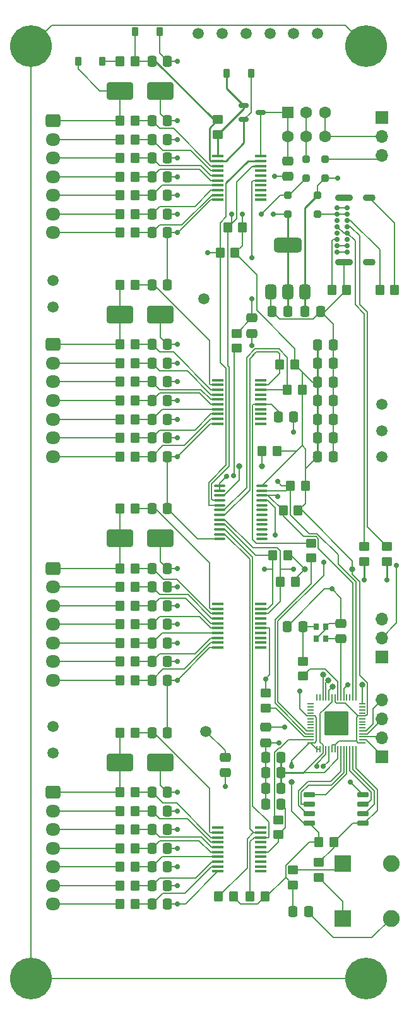
<source format=gbr>
%TF.GenerationSoftware,KiCad,Pcbnew,8.0.1*%
%TF.CreationDate,2024-04-24T01:01:48-07:00*%
%TF.ProjectId,BatteryTelemetry,42617474-6572-4795-9465-6c656d657472,rev?*%
%TF.SameCoordinates,Original*%
%TF.FileFunction,Copper,L1,Top*%
%TF.FilePolarity,Positive*%
%FSLAX46Y46*%
G04 Gerber Fmt 4.6, Leading zero omitted, Abs format (unit mm)*
G04 Created by KiCad (PCBNEW 8.0.1) date 2024-04-24 01:01:48*
%MOMM*%
%LPD*%
G01*
G04 APERTURE LIST*
G04 Aperture macros list*
%AMRoundRect*
0 Rectangle with rounded corners*
0 $1 Rounding radius*
0 $2 $3 $4 $5 $6 $7 $8 $9 X,Y pos of 4 corners*
0 Add a 4 corners polygon primitive as box body*
4,1,4,$2,$3,$4,$5,$6,$7,$8,$9,$2,$3,0*
0 Add four circle primitives for the rounded corners*
1,1,$1+$1,$2,$3*
1,1,$1+$1,$4,$5*
1,1,$1+$1,$6,$7*
1,1,$1+$1,$8,$9*
0 Add four rect primitives between the rounded corners*
20,1,$1+$1,$2,$3,$4,$5,0*
20,1,$1+$1,$4,$5,$6,$7,0*
20,1,$1+$1,$6,$7,$8,$9,0*
20,1,$1+$1,$8,$9,$2,$3,0*%
G04 Aperture macros list end*
%TA.AperFunction,SMDPad,CuDef*%
%ADD10RoundRect,0.250000X-0.475000X0.337500X-0.475000X-0.337500X0.475000X-0.337500X0.475000X0.337500X0*%
%TD*%
%TA.AperFunction,SMDPad,CuDef*%
%ADD11RoundRect,0.250000X-0.337500X-0.475000X0.337500X-0.475000X0.337500X0.475000X-0.337500X0.475000X0*%
%TD*%
%TA.AperFunction,SMDPad,CuDef*%
%ADD12RoundRect,0.375000X0.375000X-0.625000X0.375000X0.625000X-0.375000X0.625000X-0.375000X-0.625000X0*%
%TD*%
%TA.AperFunction,SMDPad,CuDef*%
%ADD13RoundRect,0.500000X1.400000X-0.500000X1.400000X0.500000X-1.400000X0.500000X-1.400000X-0.500000X0*%
%TD*%
%TA.AperFunction,SMDPad,CuDef*%
%ADD14RoundRect,0.250000X-0.350000X-0.450000X0.350000X-0.450000X0.350000X0.450000X-0.350000X0.450000X0*%
%TD*%
%TA.AperFunction,ComponentPad*%
%ADD15C,5.600000*%
%TD*%
%TA.AperFunction,SMDPad,CuDef*%
%ADD16RoundRect,0.250000X0.350000X0.450000X-0.350000X0.450000X-0.350000X-0.450000X0.350000X-0.450000X0*%
%TD*%
%TA.AperFunction,ComponentPad*%
%ADD17C,1.500000*%
%TD*%
%TA.AperFunction,SMDPad,CuDef*%
%ADD18RoundRect,0.100000X-0.637500X-0.100000X0.637500X-0.100000X0.637500X0.100000X-0.637500X0.100000X0*%
%TD*%
%TA.AperFunction,SMDPad,CuDef*%
%ADD19RoundRect,0.150000X0.650000X0.150000X-0.650000X0.150000X-0.650000X-0.150000X0.650000X-0.150000X0*%
%TD*%
%TA.AperFunction,SMDPad,CuDef*%
%ADD20R,1.571900X0.406800*%
%TD*%
%TA.AperFunction,SMDPad,CuDef*%
%ADD21RoundRect,0.250000X1.500000X0.900000X-1.500000X0.900000X-1.500000X-0.900000X1.500000X-0.900000X0*%
%TD*%
%TA.AperFunction,SMDPad,CuDef*%
%ADD22RoundRect,0.250000X0.337500X0.475000X-0.337500X0.475000X-0.337500X-0.475000X0.337500X-0.475000X0*%
%TD*%
%TA.AperFunction,SMDPad,CuDef*%
%ADD23RoundRect,0.250000X0.450000X-0.350000X0.450000X0.350000X-0.450000X0.350000X-0.450000X-0.350000X0*%
%TD*%
%TA.AperFunction,SMDPad,CuDef*%
%ADD24RoundRect,0.225000X-0.225000X-0.375000X0.225000X-0.375000X0.225000X0.375000X-0.225000X0.375000X0*%
%TD*%
%TA.AperFunction,SMDPad,CuDef*%
%ADD25RoundRect,0.250000X0.250000X-0.250000X0.250000X0.250000X-0.250000X0.250000X-0.250000X-0.250000X0*%
%TD*%
%TA.AperFunction,ComponentPad*%
%ADD26RoundRect,0.250000X-0.725000X0.600000X-0.725000X-0.600000X0.725000X-0.600000X0.725000X0.600000X0*%
%TD*%
%TA.AperFunction,ComponentPad*%
%ADD27O,1.950000X1.700000*%
%TD*%
%TA.AperFunction,SMDPad,CuDef*%
%ADD28RoundRect,0.150000X-0.512500X-0.150000X0.512500X-0.150000X0.512500X0.150000X-0.512500X0.150000X0*%
%TD*%
%TA.AperFunction,ComponentPad*%
%ADD29R,2.250000X2.250000*%
%TD*%
%TA.AperFunction,ComponentPad*%
%ADD30C,2.250000*%
%TD*%
%TA.AperFunction,SMDPad,CuDef*%
%ADD31RoundRect,0.250000X0.475000X-0.337500X0.475000X0.337500X-0.475000X0.337500X-0.475000X-0.337500X0*%
%TD*%
%TA.AperFunction,SMDPad,CuDef*%
%ADD32RoundRect,0.250000X-0.250000X0.250000X-0.250000X-0.250000X0.250000X-0.250000X0.250000X0.250000X0*%
%TD*%
%TA.AperFunction,SMDPad,CuDef*%
%ADD33RoundRect,0.250000X-0.450000X0.350000X-0.450000X-0.350000X0.450000X-0.350000X0.450000X0.350000X0*%
%TD*%
%TA.AperFunction,ComponentPad*%
%ADD34R,1.700000X1.700000*%
%TD*%
%TA.AperFunction,ComponentPad*%
%ADD35O,1.700000X1.700000*%
%TD*%
%TA.AperFunction,SMDPad,CuDef*%
%ADD36RoundRect,0.050000X0.387500X0.050000X-0.387500X0.050000X-0.387500X-0.050000X0.387500X-0.050000X0*%
%TD*%
%TA.AperFunction,SMDPad,CuDef*%
%ADD37RoundRect,0.050000X0.050000X0.387500X-0.050000X0.387500X-0.050000X-0.387500X0.050000X-0.387500X0*%
%TD*%
%TA.AperFunction,ComponentPad*%
%ADD38C,0.600000*%
%TD*%
%TA.AperFunction,SMDPad,CuDef*%
%ADD39RoundRect,0.144000X1.456000X1.456000X-1.456000X1.456000X-1.456000X-1.456000X1.456000X-1.456000X0*%
%TD*%
%TA.AperFunction,ComponentPad*%
%ADD40R,1.600000X1.600000*%
%TD*%
%TA.AperFunction,ComponentPad*%
%ADD41C,1.600000*%
%TD*%
%TA.AperFunction,SMDPad,CuDef*%
%ADD42RoundRect,0.225000X0.225000X0.375000X-0.225000X0.375000X-0.225000X-0.375000X0.225000X-0.375000X0*%
%TD*%
%TA.AperFunction,ComponentPad*%
%ADD43C,0.700000*%
%TD*%
%TA.AperFunction,ComponentPad*%
%ADD44O,2.400000X0.900000*%
%TD*%
%TA.AperFunction,ComponentPad*%
%ADD45O,1.700000X0.900000*%
%TD*%
%TA.AperFunction,SMDPad,CuDef*%
%ADD46R,0.800000X0.900000*%
%TD*%
%TA.AperFunction,ViaPad*%
%ADD47C,0.711200*%
%TD*%
%TA.AperFunction,ViaPad*%
%ADD48C,0.700000*%
%TD*%
%TA.AperFunction,ViaPad*%
%ADD49C,0.800000*%
%TD*%
%TA.AperFunction,Conductor*%
%ADD50C,0.203200*%
%TD*%
%TA.AperFunction,Conductor*%
%ADD51C,0.200000*%
%TD*%
%TA.AperFunction,Conductor*%
%ADD52C,0.250000*%
%TD*%
G04 APERTURE END LIST*
D10*
%TO.P,C50,1*%
%TO.N,/BAT1*%
X59700000Y-66425000D03*
%TO.P,C50,2*%
%TO.N,GND*%
X59700000Y-68500000D03*
%TD*%
D11*
%TO.P,C21,1*%
%TO.N,Net-(IC3-VC0)*%
X46275000Y-115000000D03*
%TO.P,C21,2*%
%TO.N,GND*%
X48350000Y-115000000D03*
%TD*%
D12*
%TO.P,U2,1,GND*%
%TO.N,GND*%
X62175000Y-62950000D03*
%TO.P,U2,2,VO*%
%TO.N,/V3_USB*%
X64475000Y-62950000D03*
D13*
X64475000Y-56650000D03*
D12*
%TO.P,U2,3,VI*%
%TO.N,Net-(D4-K)*%
X66775000Y-62950000D03*
%TD*%
D14*
%TO.P,R6,1*%
%TO.N,Net-(J1-Pin_6)*%
X42000000Y-52500000D03*
%TO.P,R6,2*%
%TO.N,Net-(IC1-VC1)*%
X44000000Y-52500000D03*
%TD*%
D11*
%TO.P,C9,1*%
%TO.N,Net-(IC2-VC5)*%
X46275000Y-72500000D03*
%TO.P,C9,2*%
%TO.N,GND*%
X48350000Y-72500000D03*
%TD*%
D15*
%TO.P,H4,1,1*%
%TO.N,/Chassis*%
X75000000Y-155000000D03*
%TD*%
D16*
%TO.P,R43,1*%
%TO.N,/QSPI_CS*%
X70675000Y-136675000D03*
%TO.P,R43,2*%
%TO.N,+3V3*%
X68675000Y-136675000D03*
%TD*%
D17*
%TO.P,TP6,1,1*%
%TO.N,Net-(D4-K)*%
X68490000Y-28300000D03*
%TD*%
D14*
%TO.P,R15,1*%
%TO.N,Net-(D12-A2)*%
X42000000Y-100000000D03*
%TO.P,R15,2*%
%TO.N,Net-(IC3-VC6)*%
X44000000Y-100000000D03*
%TD*%
D17*
%TO.P,TP3,1,1*%
%TO.N,+3V3*%
X58905000Y-28300000D03*
%TD*%
D16*
%TO.P,R47,1*%
%TO.N,+3V3*%
X65425000Y-72650000D03*
%TO.P,R47,2*%
%TO.N,/SCL_BAT2*%
X63425000Y-72650000D03*
%TD*%
D18*
%TO.P,U4,1,A0*%
%TO.N,GND*%
X55325000Y-88925000D03*
%TO.P,U4,2,A1*%
X55325000Y-89575000D03*
%TO.P,U4,3,~{RES}*%
%TO.N,/RESET*%
X55325000Y-90225000D03*
%TO.P,U4,4,SD0*%
%TO.N,/SDA_BAT1*%
X55325000Y-90875000D03*
%TO.P,U4,5,SC0*%
%TO.N,/SCL_BAT1*%
X55325000Y-91525000D03*
%TO.P,U4,6,SD1*%
%TO.N,/SDA_BAT2*%
X55325000Y-92175000D03*
%TO.P,U4,7,SC1*%
%TO.N,/SCL_BAT2*%
X55325000Y-92825000D03*
%TO.P,U4,8,SD2*%
%TO.N,/SDA_BAT3*%
X55325000Y-93475000D03*
%TO.P,U4,9,SC2*%
%TO.N,/SCL_BAT3*%
X55325000Y-94125000D03*
%TO.P,U4,10,SD3*%
%TO.N,/SDA_BAT4*%
X55325000Y-94775000D03*
%TO.P,U4,11,SC3*%
%TO.N,/SCL_BAT4*%
X55325000Y-95425000D03*
%TO.P,U4,12,GND*%
%TO.N,GND*%
X55325000Y-96075000D03*
%TO.P,U4,13,SD4*%
%TO.N,unconnected-(U4-SD4-Pad13)*%
X61050000Y-96075000D03*
%TO.P,U4,14,SC4*%
%TO.N,unconnected-(U4-SC4-Pad14)*%
X61050000Y-95425000D03*
%TO.P,U4,15,SD5*%
%TO.N,unconnected-(U4-SD5-Pad15)*%
X61050000Y-94775000D03*
%TO.P,U4,16,SC5*%
%TO.N,unconnected-(U4-SC5-Pad16)*%
X61050000Y-94125000D03*
%TO.P,U4,17,SD6*%
%TO.N,unconnected-(U4-SD6-Pad17)*%
X61050000Y-93475000D03*
%TO.P,U4,18,SC6*%
%TO.N,unconnected-(U4-SC6-Pad18)*%
X61050000Y-92825000D03*
%TO.P,U4,19,SD7*%
%TO.N,unconnected-(U4-SD7-Pad19)*%
X61050000Y-92175000D03*
%TO.P,U4,20,SC7*%
%TO.N,unconnected-(U4-SC7-Pad20)*%
X61050000Y-91525000D03*
%TO.P,U4,21,A2*%
%TO.N,GND*%
X61050000Y-90875000D03*
%TO.P,U4,22,SCL*%
%TO.N,/I2C0 SCL*%
X61050000Y-90225000D03*
%TO.P,U4,23,SDA*%
%TO.N,/I2C0 SDA*%
X61050000Y-89575000D03*
%TO.P,U4,24,VCC*%
%TO.N,+3V3*%
X61050000Y-88925000D03*
%TD*%
D19*
%TO.P,U3,1,~{CS}*%
%TO.N,/QSPI_CS*%
X74612500Y-134165000D03*
%TO.P,U3,2,DO(IO1)*%
%TO.N,/QSPI_SD1*%
X74612500Y-132895000D03*
%TO.P,U3,3,IO2*%
%TO.N,/QSPI_SD2*%
X74612500Y-131625000D03*
%TO.P,U3,4,GND*%
%TO.N,GND*%
X74612500Y-130355000D03*
%TO.P,U3,5,DI(IO0)*%
%TO.N,/QSPI_SDO*%
X67412500Y-130355000D03*
%TO.P,U3,6,CLK*%
%TO.N,/QSPI_SCLK*%
X67412500Y-131625000D03*
%TO.P,U3,7,IO3*%
%TO.N,/QSPI_SD3*%
X67412500Y-132895000D03*
%TO.P,U3,8,VCC*%
%TO.N,+3V3*%
X67412500Y-134165000D03*
%TD*%
D17*
%TO.P,TP4,1,1*%
%TO.N,/V3_EXT*%
X62100000Y-28300000D03*
%TD*%
D20*
%TO.P,IC3,1,VCTL*%
%TO.N,unconnected-(IC3-VCTL-Pad1)*%
X55128300Y-104765000D03*
%TO.P,IC3,2,BAT*%
%TO.N,Net-(IC3-BAT)*%
X55128300Y-105415000D03*
%TO.P,IC3,3,VC6*%
%TO.N,Net-(IC3-VC6)*%
X55128300Y-106065000D03*
%TO.P,IC3,4,VC5*%
%TO.N,Net-(IC3-VC5)*%
X55128300Y-106715000D03*
%TO.P,IC3,5,VC4*%
%TO.N,Net-(IC3-VC4)*%
X55128300Y-107365000D03*
%TO.P,IC3,6,VC3*%
%TO.N,Net-(IC3-VC3)*%
X55128300Y-108015000D03*
%TO.P,IC3,7,VC2*%
%TO.N,Net-(IC3-VC2)*%
X55128300Y-108665000D03*
%TO.P,IC3,8,VC1*%
%TO.N,Net-(IC3-VC1)*%
X55128300Y-109315000D03*
%TO.P,IC3,9,VC0*%
%TO.N,Net-(IC3-VC0)*%
X55128300Y-109965000D03*
%TO.P,IC3,10,VSS*%
%TO.N,GND*%
X55128300Y-110615000D03*
%TO.P,IC3,11,SENSEN*%
%TO.N,unconnected-(IC3-SENSEN-Pad11)*%
X60871700Y-110615000D03*
%TO.P,IC3,12,SENSEP*%
%TO.N,unconnected-(IC3-SENSEP-Pad12)*%
X60871700Y-109965000D03*
%TO.P,IC3,13,ALERT*%
%TO.N,unconnected-(IC3-ALERT-Pad13)*%
X60871700Y-109315000D03*
%TO.P,IC3,14,VIOUT*%
%TO.N,unconnected-(IC3-VIOUT-Pad14)*%
X60871700Y-108665000D03*
%TO.P,IC3,15,VCOUT*%
%TO.N,/BAT3*%
X60871700Y-108015000D03*
%TO.P,IC3,16,VTB*%
%TO.N,unconnected-(IC3-VTB-Pad16)*%
X60871700Y-107365000D03*
%TO.P,IC3,17,VREF*%
%TO.N,unconnected-(IC3-VREF-Pad17)*%
X60871700Y-106715000D03*
%TO.P,IC3,18,SDA*%
%TO.N,/SDA_BAT3*%
X60871700Y-106065000D03*
%TO.P,IC3,19,SCL*%
%TO.N,/SCL_BAT3*%
X60871700Y-105415000D03*
%TO.P,IC3,20,V3P3*%
%TO.N,unconnected-(IC3-V3P3-Pad20)*%
X60871700Y-104765000D03*
%TD*%
D21*
%TO.P,D13,1,A1*%
%TO.N,GND*%
X47400000Y-126000000D03*
%TO.P,D13,2,A2*%
%TO.N,Net-(D13-A2)*%
X42000000Y-126000000D03*
%TD*%
D14*
%TO.P,R31,1*%
%TO.N,Net-(D11-A2)*%
X42000000Y-62000000D03*
%TO.P,R31,2*%
%TO.N,Net-(IC2-BAT)*%
X44000000Y-62000000D03*
%TD*%
D22*
%TO.P,C47,1*%
%TO.N,/1V1*%
X63600000Y-129450000D03*
%TO.P,C47,2*%
%TO.N,GND*%
X61525000Y-129450000D03*
%TD*%
D16*
%TO.P,R45,1*%
%TO.N,+3V3*%
X57425000Y-57725000D03*
%TO.P,R45,2*%
%TO.N,/SCL_BAT1*%
X55425000Y-57725000D03*
%TD*%
D14*
%TO.P,R22,1*%
%TO.N,Net-(D13-A2)*%
X42000000Y-130000000D03*
%TO.P,R22,2*%
%TO.N,Net-(IC4-VC6)*%
X44000000Y-130000000D03*
%TD*%
%TO.P,R18,1*%
%TO.N,Net-(J3-Pin_4)*%
X42000000Y-107500000D03*
%TO.P,R18,2*%
%TO.N,Net-(IC3-VC3)*%
X44000000Y-107500000D03*
%TD*%
%TO.P,R1,1*%
%TO.N,Net-(D10-A2)*%
X42000000Y-40000000D03*
%TO.P,R1,2*%
%TO.N,Net-(IC1-VC6)*%
X44000000Y-40000000D03*
%TD*%
D11*
%TO.P,C34,1*%
%TO.N,Net-(D4-K)*%
X66787500Y-65575000D03*
%TO.P,C34,2*%
%TO.N,GND*%
X68862500Y-65575000D03*
%TD*%
D17*
%TO.P,TP1,1,1*%
%TO.N,/V3_BAT*%
X52515000Y-28300000D03*
%TD*%
D14*
%TO.P,R17,1*%
%TO.N,Net-(J3-Pin_3)*%
X42000000Y-105000000D03*
%TO.P,R17,2*%
%TO.N,Net-(IC3-VC4)*%
X44000000Y-105000000D03*
%TD*%
D11*
%TO.P,C8,1*%
%TO.N,Net-(IC2-VC6)*%
X46275000Y-70000000D03*
%TO.P,C8,2*%
%TO.N,GND*%
X48350000Y-70000000D03*
%TD*%
%TO.P,C25,1*%
%TO.N,Net-(IC4-VC3)*%
X46275000Y-137500000D03*
%TO.P,C25,2*%
%TO.N,GND*%
X48350000Y-137500000D03*
%TD*%
D23*
%TO.P,R54,1*%
%TO.N,Net-(U1-GPIO27_ADC1)*%
X67600000Y-98600000D03*
%TO.P,R54,2*%
%TO.N,/BAT2*%
X67600000Y-96600000D03*
%TD*%
D10*
%TO.P,C52,1*%
%TO.N,/BAT3*%
X56100000Y-125300000D03*
%TO.P,C52,2*%
%TO.N,GND*%
X56100000Y-127375000D03*
%TD*%
D11*
%TO.P,C39,1*%
%TO.N,+3V3*%
X68500000Y-75025000D03*
%TO.P,C39,2*%
%TO.N,GND*%
X70575000Y-75025000D03*
%TD*%
D14*
%TO.P,R32,1*%
%TO.N,Net-(D12-A2)*%
X42000000Y-92000000D03*
%TO.P,R32,2*%
%TO.N,Net-(IC3-BAT)*%
X44000000Y-92000000D03*
%TD*%
D11*
%TO.P,C40,1*%
%TO.N,+3V3*%
X68500000Y-77525000D03*
%TO.P,C40,2*%
%TO.N,GND*%
X70575000Y-77525000D03*
%TD*%
%TO.P,C43,1*%
%TO.N,+3V3*%
X68500000Y-85025000D03*
%TO.P,C43,2*%
%TO.N,GND*%
X70575000Y-85025000D03*
%TD*%
D24*
%TO.P,D1,1,K*%
%TO.N,Net-(D1-K)*%
X44000000Y-28075000D03*
%TO.P,D1,2,A*%
%TO.N,GND*%
X47300000Y-28075000D03*
%TD*%
D14*
%TO.P,R9,1*%
%TO.N,Net-(J2-Pin_2)*%
X42000000Y-72500000D03*
%TO.P,R9,2*%
%TO.N,Net-(IC2-VC5)*%
X44000000Y-72500000D03*
%TD*%
D11*
%TO.P,C16,1*%
%TO.N,Net-(IC3-VC5)*%
X46275000Y-102500000D03*
%TO.P,C16,2*%
%TO.N,GND*%
X48350000Y-102500000D03*
%TD*%
%TO.P,C36,1*%
%TO.N,+3V3*%
X65200000Y-146000000D03*
%TO.P,C36,2*%
%TO.N,GND*%
X67275000Y-146000000D03*
%TD*%
D14*
%TO.P,R24,1*%
%TO.N,Net-(J4-Pin_3)*%
X42000000Y-135000000D03*
%TO.P,R24,2*%
%TO.N,Net-(IC4-VC4)*%
X44000000Y-135000000D03*
%TD*%
D25*
%TO.P,D5,1,K*%
%TO.N,Net-(D4-K)*%
X69475000Y-47675000D03*
%TO.P,D5,2,A*%
%TO.N,/V5_EXT*%
X69475000Y-45175000D03*
%TD*%
D26*
%TO.P,J4,1,Pin_1*%
%TO.N,Net-(D13-A2)*%
X33000000Y-130000000D03*
D27*
%TO.P,J4,2,Pin_2*%
%TO.N,Net-(J4-Pin_2)*%
X33000000Y-132500000D03*
%TO.P,J4,3,Pin_3*%
%TO.N,Net-(J4-Pin_3)*%
X33000000Y-135000000D03*
%TO.P,J4,4,Pin_4*%
%TO.N,Net-(J4-Pin_4)*%
X33000000Y-137500000D03*
%TO.P,J4,5,Pin_5*%
%TO.N,Net-(J4-Pin_5)*%
X33000000Y-140000000D03*
%TO.P,J4,6,Pin_6*%
%TO.N,Net-(J4-Pin_6)*%
X33000000Y-142500000D03*
%TO.P,J4,7,Pin_7*%
%TO.N,Net-(J4-Pin_7)*%
X33000000Y-145000000D03*
%TD*%
D11*
%TO.P,C10,1*%
%TO.N,Net-(IC2-VC4)*%
X46275000Y-75000000D03*
%TO.P,C10,2*%
%TO.N,GND*%
X48350000Y-75000000D03*
%TD*%
D15*
%TO.P,H3,1,1*%
%TO.N,/Chassis*%
X30000000Y-155000000D03*
%TD*%
D11*
%TO.P,C17,1*%
%TO.N,Net-(IC3-VC4)*%
X46275000Y-105000000D03*
%TO.P,C17,2*%
%TO.N,GND*%
X48350000Y-105000000D03*
%TD*%
D23*
%TO.P,R55,1*%
%TO.N,Net-(U1-GPIO28_ADC2)*%
X61500000Y-118700000D03*
%TO.P,R55,2*%
%TO.N,/BAT3*%
X61500000Y-116700000D03*
%TD*%
D11*
%TO.P,C5,1*%
%TO.N,Net-(IC1-VC2)*%
X46275000Y-50000000D03*
%TO.P,C5,2*%
%TO.N,GND*%
X48350000Y-50000000D03*
%TD*%
D21*
%TO.P,D10,1,A1*%
%TO.N,GND*%
X47400000Y-36000000D03*
%TO.P,D10,2,A2*%
%TO.N,Net-(D10-A2)*%
X42000000Y-36000000D03*
%TD*%
D14*
%TO.P,R36,1*%
%TO.N,/I2C0 SCL*%
X63875000Y-92275000D03*
%TO.P,R36,2*%
%TO.N,+3V3*%
X65875000Y-92275000D03*
%TD*%
D11*
%TO.P,C31,1*%
%TO.N,Net-(IC2-BAT)*%
X46275000Y-62000000D03*
%TO.P,C31,2*%
%TO.N,GND*%
X48350000Y-62000000D03*
%TD*%
D14*
%TO.P,R23,1*%
%TO.N,Net-(J4-Pin_2)*%
X42000000Y-132500000D03*
%TO.P,R23,2*%
%TO.N,Net-(IC4-VC5)*%
X44000000Y-132500000D03*
%TD*%
D16*
%TO.P,R48,1*%
%TO.N,+3V3*%
X65475000Y-101800000D03*
%TO.P,R48,2*%
%TO.N,/SDA_BAT3*%
X63475000Y-101800000D03*
%TD*%
D14*
%TO.P,R30,1*%
%TO.N,Net-(D2-K)*%
X42000000Y-32000000D03*
%TO.P,R30,2*%
%TO.N,Net-(D1-K)*%
X44000000Y-32000000D03*
%TD*%
D17*
%TO.P,TP13,1,1*%
%TO.N,/RESET*%
X77100000Y-77975000D03*
%TD*%
D21*
%TO.P,D11,1,A1*%
%TO.N,GND*%
X47400000Y-66000000D03*
%TO.P,D11,2,A2*%
%TO.N,Net-(D11-A2)*%
X42000000Y-66000000D03*
%TD*%
D11*
%TO.P,C11,1*%
%TO.N,Net-(IC2-VC3)*%
X46275000Y-77500000D03*
%TO.P,C11,2*%
%TO.N,GND*%
X48350000Y-77500000D03*
%TD*%
D28*
%TO.P,Q1,1,B*%
%TO.N,Net-(D3-A)*%
X58596700Y-37950000D03*
%TO.P,Q1,2,E*%
%TO.N,Net-(D1-K)*%
X58596700Y-39850000D03*
%TO.P,Q1,3,C*%
%TO.N,/V3_BAT*%
X60871700Y-38900000D03*
%TD*%
D11*
%TO.P,C14,1*%
%TO.N,Net-(IC2-VC0)*%
X46275000Y-85000000D03*
%TO.P,C14,2*%
%TO.N,GND*%
X48350000Y-85000000D03*
%TD*%
D25*
%TO.P,D6,1,K*%
%TO.N,+3V3*%
X66975000Y-47675000D03*
%TO.P,D6,2,A*%
%TO.N,Net-(D6-A)*%
X66975000Y-45175000D03*
%TD*%
D17*
%TO.P,TP9,1,1*%
%TO.N,/SDA_BAT3*%
X33000000Y-121175000D03*
%TD*%
D14*
%TO.P,R12,1*%
%TO.N,Net-(J2-Pin_5)*%
X42000000Y-80000000D03*
%TO.P,R12,2*%
%TO.N,Net-(IC2-VC2)*%
X44000000Y-80000000D03*
%TD*%
%TO.P,R13,1*%
%TO.N,Net-(J2-Pin_6)*%
X42000000Y-82500000D03*
%TO.P,R13,2*%
%TO.N,Net-(IC2-VC1)*%
X44000000Y-82500000D03*
%TD*%
%TO.P,R10,1*%
%TO.N,Net-(J2-Pin_3)*%
X42000000Y-75000000D03*
%TO.P,R10,2*%
%TO.N,Net-(IC2-VC4)*%
X44000000Y-75000000D03*
%TD*%
%TO.P,R11,1*%
%TO.N,Net-(J2-Pin_4)*%
X42000000Y-77500000D03*
%TO.P,R11,2*%
%TO.N,Net-(IC2-VC3)*%
X44000000Y-77500000D03*
%TD*%
D11*
%TO.P,C37,1*%
%TO.N,+3V3*%
X68500000Y-70025000D03*
%TO.P,C37,2*%
%TO.N,GND*%
X70575000Y-70025000D03*
%TD*%
D29*
%TO.P,SW2,1,1*%
%TO.N,/RUN*%
X71875000Y-139600000D03*
D30*
%TO.P,SW2,2,2*%
%TO.N,GND*%
X78375000Y-139600000D03*
%TD*%
D31*
%TO.P,C49,1*%
%TO.N,Net-(U1-XIN)*%
X71612500Y-109425000D03*
%TO.P,C49,2*%
%TO.N,GND*%
X71612500Y-107350000D03*
%TD*%
D16*
%TO.P,R46,1*%
%TO.N,+3V3*%
X66425000Y-76065000D03*
%TO.P,R46,2*%
%TO.N,/SDA_BAT2*%
X64425000Y-76065000D03*
%TD*%
D32*
%TO.P,D7,1,K*%
%TO.N,+3V3*%
X64475000Y-50000000D03*
%TO.P,D7,2,A*%
%TO.N,/V3_USB*%
X64475000Y-52500000D03*
%TD*%
D33*
%TO.P,R29,1*%
%TO.N,Net-(D1-K)*%
X55128300Y-39850000D03*
%TO.P,R29,2*%
%TO.N,Net-(D3-A)*%
X55128300Y-41850000D03*
%TD*%
D23*
%TO.P,R52,1*%
%TO.N,+3V3*%
X65200000Y-142400000D03*
%TO.P,R52,2*%
%TO.N,/RUN*%
X65200000Y-140400000D03*
%TD*%
D15*
%TO.P,H2,1,1*%
%TO.N,/Chassis*%
X75000000Y-30000000D03*
%TD*%
D14*
%TO.P,R38,1*%
%TO.N,Net-(J5-CC1)*%
X70400000Y-62700000D03*
%TO.P,R38,2*%
%TO.N,GND*%
X72400000Y-62700000D03*
%TD*%
D34*
%TO.P,J6,1,Pin_1*%
%TO.N,/UART0 TX*%
X77075000Y-125275000D03*
D35*
%TO.P,J6,2,Pin_2*%
%TO.N,/UART0 RX*%
X77075000Y-122735000D03*
%TO.P,J6,3,Pin_3*%
%TO.N,/UART0 CTS*%
X77075000Y-120195000D03*
%TO.P,J6,4,Pin_4*%
%TO.N,/UART0 RTS*%
X77075000Y-117655000D03*
%TD*%
D14*
%TO.P,R14,1*%
%TO.N,Net-(J2-Pin_7)*%
X42000000Y-85000000D03*
%TO.P,R14,2*%
%TO.N,Net-(IC2-VC0)*%
X44000000Y-85000000D03*
%TD*%
D36*
%TO.P,U1,1,IOVDD*%
%TO.N,+3V3*%
X74450000Y-123375000D03*
%TO.P,U1,2,GPIO0*%
%TO.N,/UART0 TX*%
X74450000Y-122975000D03*
%TO.P,U1,3,GPIO1*%
%TO.N,/UART0 RX*%
X74450000Y-122575000D03*
%TO.P,U1,4,GPIO2*%
%TO.N,/UART0 CTS*%
X74450000Y-122175000D03*
%TO.P,U1,5,GPIO3*%
%TO.N,/UART0 RTS*%
X74450000Y-121775000D03*
%TO.P,U1,6,GPIO4*%
%TO.N,unconnected-(U1-GPIO4-Pad6)*%
X74450000Y-121375000D03*
%TO.P,U1,7,GPIO5*%
%TO.N,unconnected-(U1-GPIO5-Pad7)*%
X74450000Y-120975000D03*
%TO.P,U1,8,GPIO6*%
%TO.N,unconnected-(U1-GPIO6-Pad8)*%
X74450000Y-120575000D03*
%TO.P,U1,9,GPIO7*%
%TO.N,unconnected-(U1-GPIO7-Pad9)*%
X74450000Y-120175000D03*
%TO.P,U1,10,IOVDD*%
%TO.N,+3V3*%
X74450000Y-119775000D03*
%TO.P,U1,11,GPIO8*%
%TO.N,unconnected-(U1-GPIO8-Pad11)*%
X74450000Y-119375000D03*
%TO.P,U1,12,GPIO9*%
%TO.N,unconnected-(U1-GPIO9-Pad12)*%
X74450000Y-118975000D03*
%TO.P,U1,13,GPIO10*%
%TO.N,unconnected-(U1-GPIO10-Pad13)*%
X74450000Y-118575000D03*
%TO.P,U1,14,GPIO11*%
%TO.N,/RESET*%
X74450000Y-118175000D03*
D37*
%TO.P,U1,15,GPIO12*%
%TO.N,/I2C0 SDA*%
X73612500Y-117337500D03*
%TO.P,U1,16,GPIO13*%
%TO.N,/I2C0 SCL*%
X73212500Y-117337500D03*
%TO.P,U1,17,GPIO14*%
%TO.N,unconnected-(U1-GPIO14-Pad17)*%
X72812500Y-117337500D03*
%TO.P,U1,18,GPIO15*%
%TO.N,unconnected-(U1-GPIO15-Pad18)*%
X72412500Y-117337500D03*
%TO.P,U1,19,TESTEN*%
%TO.N,GND*%
X72012500Y-117337500D03*
%TO.P,U1,20,XIN*%
%TO.N,Net-(U1-XIN)*%
X71612500Y-117337500D03*
%TO.P,U1,21,XOUT*%
%TO.N,Net-(U1-XOUT)*%
X71212500Y-117337500D03*
%TO.P,U1,22,IOVDD*%
%TO.N,+3V3*%
X70812500Y-117337500D03*
%TO.P,U1,23,DVDD*%
%TO.N,/1V1*%
X70412500Y-117337500D03*
%TO.P,U1,24,SWCLK*%
%TO.N,Net-(J7-Pin_1)*%
X70012500Y-117337500D03*
%TO.P,U1,25,SWD*%
%TO.N,Net-(J7-Pin_3)*%
X69612500Y-117337500D03*
%TO.P,U1,26,RUN*%
%TO.N,/RUN*%
X69212500Y-117337500D03*
%TO.P,U1,27,GPIO16*%
%TO.N,unconnected-(U1-GPIO16-Pad27)*%
X68812500Y-117337500D03*
%TO.P,U1,28,GPIO17*%
%TO.N,unconnected-(U1-GPIO17-Pad28)*%
X68412500Y-117337500D03*
D36*
%TO.P,U1,29,GPIO18*%
%TO.N,unconnected-(U1-GPIO18-Pad29)*%
X67575000Y-118175000D03*
%TO.P,U1,30,GPIO19*%
%TO.N,unconnected-(U1-GPIO19-Pad30)*%
X67575000Y-118575000D03*
%TO.P,U1,31,GPIO20*%
%TO.N,unconnected-(U1-GPIO20-Pad31)*%
X67575000Y-118975000D03*
%TO.P,U1,32,GPIO21*%
%TO.N,unconnected-(U1-GPIO21-Pad32)*%
X67575000Y-119375000D03*
%TO.P,U1,33,IOVDD*%
%TO.N,+3V3*%
X67575000Y-119775000D03*
%TO.P,U1,34,GPIO22*%
%TO.N,unconnected-(U1-GPIO22-Pad34)*%
X67575000Y-120175000D03*
%TO.P,U1,35,GPIO23*%
%TO.N,unconnected-(U1-GPIO23-Pad35)*%
X67575000Y-120575000D03*
%TO.P,U1,36,GPIO24*%
%TO.N,unconnected-(U1-GPIO24-Pad36)*%
X67575000Y-120975000D03*
%TO.P,U1,37,GPIO25*%
%TO.N,unconnected-(U1-GPIO25-Pad37)*%
X67575000Y-121375000D03*
%TO.P,U1,38,GPIO26_ADC0*%
%TO.N,Net-(U1-GPIO26_ADC0)*%
X67575000Y-121775000D03*
%TO.P,U1,39,GPIO27_ADC1*%
%TO.N,Net-(U1-GPIO27_ADC1)*%
X67575000Y-122175000D03*
%TO.P,U1,40,GPIO28_ADC2*%
%TO.N,Net-(U1-GPIO28_ADC2)*%
X67575000Y-122575000D03*
%TO.P,U1,41,GPIO29_ADC3*%
%TO.N,Net-(U1-GPIO29_ADC3)*%
X67575000Y-122975000D03*
%TO.P,U1,42,IOVDD*%
%TO.N,+3V3*%
X67575000Y-123375000D03*
D37*
%TO.P,U1,43,ADC_AVDD*%
X68412500Y-124212500D03*
%TO.P,U1,44,VREG_IN*%
X68812500Y-124212500D03*
%TO.P,U1,45,VREG_VOUT*%
%TO.N,/1V1*%
X69212500Y-124212500D03*
%TO.P,U1,46,USB_DM*%
%TO.N,Net-(U1-USB_DM)*%
X69612500Y-124212500D03*
%TO.P,U1,47,USB_DP*%
%TO.N,Net-(U1-USB_DP)*%
X70012500Y-124212500D03*
%TO.P,U1,48,USB_VDD*%
%TO.N,+3V3*%
X70412500Y-124212500D03*
%TO.P,U1,49,IOVDD*%
X70812500Y-124212500D03*
%TO.P,U1,50,DVDD*%
%TO.N,/1V1*%
X71212500Y-124212500D03*
%TO.P,U1,51,QSPI_SD3*%
%TO.N,/QSPI_SD3*%
X71612500Y-124212500D03*
%TO.P,U1,52,QSPI_SCLK*%
%TO.N,/QSPI_SCLK*%
X72012500Y-124212500D03*
%TO.P,U1,53,QSPI_SD0*%
%TO.N,/QSPI_SDO*%
X72412500Y-124212500D03*
%TO.P,U1,54,QSPI_SD2*%
%TO.N,/QSPI_SD2*%
X72812500Y-124212500D03*
%TO.P,U1,55,QSPI_SD1*%
%TO.N,/QSPI_SD1*%
X73212500Y-124212500D03*
%TO.P,U1,56,QSPI_SS*%
%TO.N,/QSPI_CS*%
X73612500Y-124212500D03*
D38*
%TO.P,U1,57,GND*%
%TO.N,GND*%
X72287500Y-122050000D03*
X72287500Y-120775000D03*
X72287500Y-119500000D03*
X71012500Y-122050000D03*
X71012500Y-120775000D03*
D39*
X71012500Y-120775000D03*
D38*
X71012500Y-119500000D03*
X69737500Y-122050000D03*
X69737500Y-120775000D03*
X69737500Y-119500000D03*
%TD*%
D33*
%TO.P,R39,1*%
%TO.N,/USB_D+*%
X77775000Y-97050000D03*
%TO.P,R39,2*%
%TO.N,Net-(U1-USB_DP)*%
X77775000Y-99050000D03*
%TD*%
D14*
%TO.P,R37,1*%
%TO.N,Net-(J5-CC2)*%
X76850000Y-62700000D03*
%TO.P,R37,2*%
%TO.N,GND*%
X78850000Y-62700000D03*
%TD*%
D23*
%TO.P,R53,1*%
%TO.N,Net-(U1-GPIO26_ADC0)*%
X57600000Y-70500000D03*
%TO.P,R53,2*%
%TO.N,/BAT1*%
X57600000Y-68500000D03*
%TD*%
D11*
%TO.P,C6,1*%
%TO.N,Net-(IC1-VC1)*%
X46275000Y-52500000D03*
%TO.P,C6,2*%
%TO.N,GND*%
X48350000Y-52500000D03*
%TD*%
D14*
%TO.P,R20,1*%
%TO.N,Net-(J3-Pin_6)*%
X42000000Y-112500000D03*
%TO.P,R20,2*%
%TO.N,Net-(IC3-VC1)*%
X44000000Y-112500000D03*
%TD*%
D20*
%TO.P,IC1,1,VCTL*%
%TO.N,Net-(D3-A)*%
X55128300Y-44765000D03*
%TO.P,IC1,2,BAT*%
%TO.N,Net-(D1-K)*%
X55128300Y-45415000D03*
%TO.P,IC1,3,VC6*%
%TO.N,Net-(IC1-VC6)*%
X55128300Y-46065000D03*
%TO.P,IC1,4,VC5*%
%TO.N,Net-(IC1-VC5)*%
X55128300Y-46715000D03*
%TO.P,IC1,5,VC4*%
%TO.N,Net-(IC1-VC4)*%
X55128300Y-47365000D03*
%TO.P,IC1,6,VC3*%
%TO.N,Net-(IC1-VC3)*%
X55128300Y-48015000D03*
%TO.P,IC1,7,VC2*%
%TO.N,Net-(IC1-VC2)*%
X55128300Y-48665000D03*
%TO.P,IC1,8,VC1*%
%TO.N,Net-(IC1-VC1)*%
X55128300Y-49315000D03*
%TO.P,IC1,9,VC0*%
%TO.N,Net-(IC1-VC0)*%
X55128300Y-49965000D03*
%TO.P,IC1,10,VSS*%
%TO.N,GND*%
X55128300Y-50615000D03*
%TO.P,IC1,11,SENSEN*%
%TO.N,unconnected-(IC1-SENSEN-Pad11)*%
X60871700Y-50615000D03*
%TO.P,IC1,12,SENSEP*%
%TO.N,unconnected-(IC1-SENSEP-Pad12)*%
X60871700Y-49965000D03*
%TO.P,IC1,13,ALERT*%
%TO.N,unconnected-(IC1-ALERT-Pad13)*%
X60871700Y-49315000D03*
%TO.P,IC1,14,VIOUT*%
%TO.N,unconnected-(IC1-VIOUT-Pad14)*%
X60871700Y-48665000D03*
%TO.P,IC1,15,VCOUT*%
%TO.N,/BAT1*%
X60871700Y-48015000D03*
%TO.P,IC1,16,VTB*%
%TO.N,unconnected-(IC1-VTB-Pad16)*%
X60871700Y-47365000D03*
%TO.P,IC1,17,VREF*%
%TO.N,unconnected-(IC1-VREF-Pad17)*%
X60871700Y-46715000D03*
%TO.P,IC1,18,SDA*%
%TO.N,/SDA_BAT1*%
X60871700Y-46065000D03*
%TO.P,IC1,19,SCL*%
%TO.N,/SCL_BAT1*%
X60871700Y-45415000D03*
%TO.P,IC1,20,V3P3*%
%TO.N,/V3_BAT*%
X60871700Y-44765000D03*
%TD*%
D11*
%TO.P,C19,1*%
%TO.N,Net-(IC3-VC2)*%
X46275000Y-110000000D03*
%TO.P,C19,2*%
%TO.N,GND*%
X48350000Y-110000000D03*
%TD*%
D15*
%TO.P,H1,1,1*%
%TO.N,/Chassis*%
X30000000Y-30000000D03*
%TD*%
D11*
%TO.P,C33,1*%
%TO.N,Net-(IC4-BAT)*%
X46275000Y-122000000D03*
%TO.P,C33,2*%
%TO.N,GND*%
X48350000Y-122000000D03*
%TD*%
D40*
%TO.P,SW3,1,A*%
%TO.N,/V3_BAT*%
X64475000Y-38900000D03*
D41*
%TO.P,SW3,2,B*%
%TO.N,Net-(D6-A)*%
X66975000Y-38900000D03*
%TO.P,SW3,3,C*%
%TO.N,/V3_EXT*%
X69475000Y-38900000D03*
%TO.P,SW3,4*%
%TO.N,/V3_BAT*%
X64475000Y-42100000D03*
%TO.P,SW3,5*%
%TO.N,Net-(D6-A)*%
X66975000Y-42100000D03*
%TO.P,SW3,6*%
%TO.N,/V3_EXT*%
X69475000Y-42100000D03*
%TD*%
D14*
%TO.P,R28,1*%
%TO.N,Net-(J4-Pin_7)*%
X42000000Y-145000000D03*
%TO.P,R28,2*%
%TO.N,Net-(IC4-VC0)*%
X44000000Y-145000000D03*
%TD*%
D23*
%TO.P,R40,1*%
%TO.N,Net-(U1-USB_DM)*%
X74775000Y-99050000D03*
%TO.P,R40,2*%
%TO.N,/USB_D-*%
X74775000Y-97050000D03*
%TD*%
D11*
%TO.P,C28,1*%
%TO.N,Net-(IC4-VC0)*%
X46275000Y-145000000D03*
%TO.P,C28,2*%
%TO.N,GND*%
X48350000Y-145000000D03*
%TD*%
D16*
%TO.P,R49,1*%
%TO.N,+3V3*%
X64475000Y-98250000D03*
%TO.P,R49,2*%
%TO.N,/SCL_BAT3*%
X62475000Y-98250000D03*
%TD*%
D21*
%TO.P,D12,1,A1*%
%TO.N,GND*%
X47400000Y-96000000D03*
%TO.P,D12,2,A2*%
%TO.N,Net-(D12-A2)*%
X42000000Y-96000000D03*
%TD*%
D14*
%TO.P,R4,1*%
%TO.N,Net-(J1-Pin_4)*%
X42000000Y-47525000D03*
%TO.P,R4,2*%
%TO.N,Net-(IC1-VC3)*%
X44000000Y-47525000D03*
%TD*%
D23*
%TO.P,R42,1*%
%TO.N,Net-(U1-XOUT)*%
X66500000Y-114450000D03*
%TO.P,R42,2*%
%TO.N,Net-(C48-Pad1)*%
X66500000Y-112450000D03*
%TD*%
D17*
%TO.P,TP15,1,1*%
%TO.N,/I2C0 SCL*%
X77100000Y-85075000D03*
%TD*%
D32*
%TO.P,D4,1,K*%
%TO.N,Net-(D4-K)*%
X68475000Y-50000000D03*
%TO.P,D4,2,A*%
%TO.N,Net-(D4-A)*%
X68475000Y-52500000D03*
%TD*%
D14*
%TO.P,R3,1*%
%TO.N,Net-(J1-Pin_3)*%
X42000000Y-45000000D03*
%TO.P,R3,2*%
%TO.N,Net-(IC1-VC4)*%
X44000000Y-45000000D03*
%TD*%
D23*
%TO.P,R41,1*%
%TO.N,/USB_BOOT*%
X68675000Y-141425000D03*
%TO.P,R41,2*%
%TO.N,/QSPI_CS*%
X68675000Y-139425000D03*
%TD*%
D17*
%TO.P,TP8,1,1*%
%TO.N,/SCL_BAT1*%
X33000000Y-64950000D03*
%TD*%
D11*
%TO.P,C41,1*%
%TO.N,+3V3*%
X68500000Y-80025000D03*
%TO.P,C41,2*%
%TO.N,GND*%
X70575000Y-80025000D03*
%TD*%
%TO.P,C15,1*%
%TO.N,Net-(IC3-VC6)*%
X46275000Y-100000000D03*
%TO.P,C15,2*%
%TO.N,GND*%
X48350000Y-100000000D03*
%TD*%
D17*
%TO.P,TP2,1,1*%
%TO.N,Net-(D6-A)*%
X55710000Y-28300000D03*
%TD*%
D11*
%TO.P,C27,1*%
%TO.N,Net-(IC4-VC1)*%
X46275000Y-142500000D03*
%TO.P,C27,2*%
%TO.N,GND*%
X48350000Y-142500000D03*
%TD*%
D20*
%TO.P,IC4,1,VCTL*%
%TO.N,unconnected-(IC4-VCTL-Pad1)*%
X55128300Y-134765000D03*
%TO.P,IC4,2,BAT*%
%TO.N,Net-(IC4-BAT)*%
X55128300Y-135415000D03*
%TO.P,IC4,3,VC6*%
%TO.N,Net-(IC4-VC6)*%
X55128300Y-136065000D03*
%TO.P,IC4,4,VC5*%
%TO.N,Net-(IC4-VC5)*%
X55128300Y-136715000D03*
%TO.P,IC4,5,VC4*%
%TO.N,Net-(IC4-VC4)*%
X55128300Y-137365000D03*
%TO.P,IC4,6,VC3*%
%TO.N,Net-(IC4-VC3)*%
X55128300Y-138015000D03*
%TO.P,IC4,7,VC2*%
%TO.N,Net-(IC4-VC2)*%
X55128300Y-138665000D03*
%TO.P,IC4,8,VC1*%
%TO.N,Net-(IC4-VC1)*%
X55128300Y-139315000D03*
%TO.P,IC4,9,VC0*%
%TO.N,Net-(IC4-VC0)*%
X55128300Y-139965000D03*
%TO.P,IC4,10,VSS*%
%TO.N,GND*%
X55128300Y-140615000D03*
%TO.P,IC4,11,SENSEN*%
%TO.N,unconnected-(IC4-SENSEN-Pad11)*%
X60871700Y-140615000D03*
%TO.P,IC4,12,SENSEP*%
%TO.N,unconnected-(IC4-SENSEP-Pad12)*%
X60871700Y-139965000D03*
%TO.P,IC4,13,ALERT*%
%TO.N,unconnected-(IC4-ALERT-Pad13)*%
X60871700Y-139315000D03*
%TO.P,IC4,14,VIOUT*%
%TO.N,unconnected-(IC4-VIOUT-Pad14)*%
X60871700Y-138665000D03*
%TO.P,IC4,15,VCOUT*%
%TO.N,/BAT4*%
X60871700Y-138015000D03*
%TO.P,IC4,16,VTB*%
%TO.N,unconnected-(IC4-VTB-Pad16)*%
X60871700Y-137365000D03*
%TO.P,IC4,17,VREF*%
%TO.N,unconnected-(IC4-VREF-Pad17)*%
X60871700Y-136715000D03*
%TO.P,IC4,18,SDA*%
%TO.N,/SDA_BAT4*%
X60871700Y-136065000D03*
%TO.P,IC4,19,SCL*%
%TO.N,/SCL_BAT4*%
X60871700Y-135415000D03*
%TO.P,IC4,20,V3P3*%
%TO.N,unconnected-(IC4-V3P3-Pad20)*%
X60871700Y-134765000D03*
%TD*%
D14*
%TO.P,R35,1*%
%TO.N,/I2C0 SDA*%
X64875000Y-88925000D03*
%TO.P,R35,2*%
%TO.N,+3V3*%
X66875000Y-88925000D03*
%TD*%
D42*
%TO.P,D2,1,K*%
%TO.N,Net-(D2-K)*%
X39650000Y-32000000D03*
%TO.P,D2,2,A*%
%TO.N,Net-(D10-A2)*%
X36350000Y-32000000D03*
%TD*%
D11*
%TO.P,C1,1*%
%TO.N,Net-(IC1-VC6)*%
X46275000Y-40000000D03*
%TO.P,C1,2*%
%TO.N,GND*%
X48350000Y-40000000D03*
%TD*%
D14*
%TO.P,R27,1*%
%TO.N,Net-(J4-Pin_6)*%
X42000000Y-142500000D03*
%TO.P,R27,2*%
%TO.N,Net-(IC4-VC1)*%
X44000000Y-142500000D03*
%TD*%
D11*
%TO.P,C23,1*%
%TO.N,Net-(IC4-VC5)*%
X46275000Y-132500000D03*
%TO.P,C23,2*%
%TO.N,GND*%
X48350000Y-132500000D03*
%TD*%
D17*
%TO.P,TP12,1,1*%
%TO.N,/BAT3*%
X53525000Y-121850000D03*
%TD*%
D43*
%TO.P,J5,A1,GND*%
%TO.N,GND*%
X71075000Y-57600000D03*
%TO.P,J5,A4,VBUS*%
%TO.N,Net-(D4-A)*%
X71075000Y-56750000D03*
%TO.P,J5,A5,CC1*%
%TO.N,Net-(J5-CC1)*%
X71075000Y-55900000D03*
%TO.P,J5,A6,D+*%
%TO.N,/USB_D+*%
X71075000Y-55050000D03*
%TO.P,J5,A7,D-*%
%TO.N,/USB_D-*%
X71075000Y-54200000D03*
%TO.P,J5,A8,SBU1*%
%TO.N,unconnected-(J5-SBU1-PadA8)*%
X71075000Y-53350000D03*
%TO.P,J5,A9,VBUS*%
%TO.N,Net-(D4-A)*%
X71075000Y-52500000D03*
%TO.P,J5,A12,GND*%
%TO.N,GND*%
X71075000Y-51650000D03*
%TO.P,J5,B1,GND*%
X72425000Y-51650000D03*
%TO.P,J5,B4,VBUS*%
%TO.N,Net-(D4-A)*%
X72425000Y-52500000D03*
%TO.P,J5,B5,CC2*%
%TO.N,Net-(J5-CC2)*%
X72425000Y-53350000D03*
%TO.P,J5,B6,D+*%
%TO.N,/USB_D+*%
X72425000Y-54200000D03*
%TO.P,J5,B7,D-*%
%TO.N,/USB_D-*%
X72425000Y-55050000D03*
%TO.P,J5,B8,SBU2*%
%TO.N,unconnected-(J5-SBU2-PadB8)*%
X72425000Y-55900000D03*
%TO.P,J5,B9,VBUS*%
%TO.N,Net-(D4-A)*%
X72425000Y-56750000D03*
%TO.P,J5,B12,GND*%
%TO.N,GND*%
X72425000Y-57600000D03*
D44*
%TO.P,J5,S1,SHIELD*%
X72055000Y-58950000D03*
D45*
X75435000Y-58950000D03*
D44*
X72055000Y-50300000D03*
D45*
X75435000Y-50300000D03*
%TD*%
D17*
%TO.P,TP10,1,1*%
%TO.N,/SCL_BAT3*%
X33000000Y-124725000D03*
%TD*%
D33*
%TO.P,R56,1*%
%TO.N,Net-(U1-GPIO29_ADC3)*%
X63200000Y-133700000D03*
%TO.P,R56,2*%
%TO.N,/BAT4*%
X63200000Y-135700000D03*
%TD*%
D22*
%TO.P,C45,1*%
%TO.N,/1V1*%
X63600000Y-127375000D03*
%TO.P,C45,2*%
%TO.N,GND*%
X61525000Y-127375000D03*
%TD*%
D14*
%TO.P,R34,1*%
%TO.N,/RESET*%
X61050000Y-84250000D03*
%TO.P,R34,2*%
%TO.N,+3V3*%
X63050000Y-84250000D03*
%TD*%
D11*
%TO.P,C12,1*%
%TO.N,Net-(IC2-VC2)*%
X46275000Y-80000000D03*
%TO.P,C12,2*%
%TO.N,GND*%
X48350000Y-80000000D03*
%TD*%
D14*
%TO.P,R25,1*%
%TO.N,Net-(J4-Pin_4)*%
X42000000Y-137500000D03*
%TO.P,R25,2*%
%TO.N,Net-(IC4-VC3)*%
X44000000Y-137500000D03*
%TD*%
%TO.P,R19,1*%
%TO.N,Net-(J3-Pin_5)*%
X42000000Y-110000000D03*
%TO.P,R19,2*%
%TO.N,Net-(IC3-VC2)*%
X44000000Y-110000000D03*
%TD*%
D11*
%TO.P,C13,1*%
%TO.N,Net-(IC2-VC1)*%
X46275000Y-82500000D03*
%TO.P,C13,2*%
%TO.N,GND*%
X48350000Y-82500000D03*
%TD*%
%TO.P,C18,1*%
%TO.N,Net-(IC3-VC3)*%
X46275000Y-107500000D03*
%TO.P,C18,2*%
%TO.N,GND*%
X48350000Y-107500000D03*
%TD*%
D17*
%TO.P,TP7,1,1*%
%TO.N,/SDA_BAT1*%
X33000000Y-61400000D03*
%TD*%
D20*
%TO.P,IC2,1,VCTL*%
%TO.N,unconnected-(IC2-VCTL-Pad1)*%
X55128300Y-74765000D03*
%TO.P,IC2,2,BAT*%
%TO.N,Net-(IC2-BAT)*%
X55128300Y-75415000D03*
%TO.P,IC2,3,VC6*%
%TO.N,Net-(IC2-VC6)*%
X55128300Y-76065000D03*
%TO.P,IC2,4,VC5*%
%TO.N,Net-(IC2-VC5)*%
X55128300Y-76715000D03*
%TO.P,IC2,5,VC4*%
%TO.N,Net-(IC2-VC4)*%
X55128300Y-77365000D03*
%TO.P,IC2,6,VC3*%
%TO.N,Net-(IC2-VC3)*%
X55128300Y-78015000D03*
%TO.P,IC2,7,VC2*%
%TO.N,Net-(IC2-VC2)*%
X55128300Y-78665000D03*
%TO.P,IC2,8,VC1*%
%TO.N,Net-(IC2-VC1)*%
X55128300Y-79315000D03*
%TO.P,IC2,9,VC0*%
%TO.N,Net-(IC2-VC0)*%
X55128300Y-79965000D03*
%TO.P,IC2,10,VSS*%
%TO.N,GND*%
X55128300Y-80615000D03*
%TO.P,IC2,11,SENSEN*%
%TO.N,unconnected-(IC2-SENSEN-Pad11)*%
X60871700Y-80615000D03*
%TO.P,IC2,12,SENSEP*%
%TO.N,unconnected-(IC2-SENSEP-Pad12)*%
X60871700Y-79965000D03*
%TO.P,IC2,13,ALERT*%
%TO.N,unconnected-(IC2-ALERT-Pad13)*%
X60871700Y-79315000D03*
%TO.P,IC2,14,VIOUT*%
%TO.N,unconnected-(IC2-VIOUT-Pad14)*%
X60871700Y-78665000D03*
%TO.P,IC2,15,VCOUT*%
%TO.N,/BAT2*%
X60871700Y-78015000D03*
%TO.P,IC2,16,VTB*%
%TO.N,unconnected-(IC2-VTB-Pad16)*%
X60871700Y-77365000D03*
%TO.P,IC2,17,VREF*%
%TO.N,unconnected-(IC2-VREF-Pad17)*%
X60871700Y-76715000D03*
%TO.P,IC2,18,SDA*%
%TO.N,/SDA_BAT2*%
X60871700Y-76065000D03*
%TO.P,IC2,19,SCL*%
%TO.N,/SCL_BAT2*%
X60871700Y-75415000D03*
%TO.P,IC2,20,V3P3*%
%TO.N,unconnected-(IC2-V3P3-Pad20)*%
X60871700Y-74765000D03*
%TD*%
D14*
%TO.P,R5,1*%
%TO.N,Net-(J1-Pin_5)*%
X42000000Y-50000000D03*
%TO.P,R5,2*%
%TO.N,Net-(IC1-VC2)*%
X44000000Y-50000000D03*
%TD*%
D22*
%TO.P,C35,1*%
%TO.N,/V3_USB*%
X64475000Y-65575000D03*
%TO.P,C35,2*%
%TO.N,GND*%
X62400000Y-65575000D03*
%TD*%
D26*
%TO.P,J1,1,Pin_1*%
%TO.N,Net-(D10-A2)*%
X33000000Y-40000000D03*
D27*
%TO.P,J1,2,Pin_2*%
%TO.N,Net-(J1-Pin_2)*%
X33000000Y-42500000D03*
%TO.P,J1,3,Pin_3*%
%TO.N,Net-(J1-Pin_3)*%
X33000000Y-45000000D03*
%TO.P,J1,4,Pin_4*%
%TO.N,Net-(J1-Pin_4)*%
X33000000Y-47500000D03*
%TO.P,J1,5,Pin_5*%
%TO.N,Net-(J1-Pin_5)*%
X33000000Y-50000000D03*
%TO.P,J1,6,Pin_6*%
%TO.N,Net-(J1-Pin_6)*%
X33000000Y-52500000D03*
%TO.P,J1,7,Pin_7*%
%TO.N,Net-(J1-Pin_7)*%
X33000000Y-55000000D03*
%TD*%
D34*
%TO.P,J8,1,Pin_1*%
%TO.N,GND*%
X77100000Y-39560000D03*
D35*
%TO.P,J8,2,Pin_2*%
%TO.N,/V3_EXT*%
X77100000Y-42100000D03*
%TO.P,J8,3,Pin_3*%
%TO.N,/V5_EXT*%
X77100000Y-44640000D03*
%TD*%
D10*
%TO.P,C46,1*%
%TO.N,+3V3*%
X61525000Y-121300000D03*
%TO.P,C46,2*%
%TO.N,GND*%
X61525000Y-123375000D03*
%TD*%
D16*
%TO.P,R44,1*%
%TO.N,+3V3*%
X58425000Y-54300000D03*
%TO.P,R44,2*%
%TO.N,/SDA_BAT1*%
X56425000Y-54300000D03*
%TD*%
D14*
%TO.P,R7,1*%
%TO.N,Net-(J1-Pin_7)*%
X42000000Y-55000000D03*
%TO.P,R7,2*%
%TO.N,Net-(IC1-VC0)*%
X44000000Y-55000000D03*
%TD*%
D22*
%TO.P,C53,1*%
%TO.N,/BAT4*%
X63600000Y-131600000D03*
%TO.P,C53,2*%
%TO.N,GND*%
X61525000Y-131600000D03*
%TD*%
D11*
%TO.P,C2,1*%
%TO.N,Net-(IC1-VC5)*%
X46275000Y-42500000D03*
%TO.P,C2,2*%
%TO.N,GND*%
X48350000Y-42500000D03*
%TD*%
%TO.P,C7,1*%
%TO.N,Net-(IC1-VC0)*%
X46275000Y-55000000D03*
%TO.P,C7,2*%
%TO.N,GND*%
X48350000Y-55000000D03*
%TD*%
%TO.P,C30,1*%
%TO.N,Net-(D1-K)*%
X46275000Y-32000000D03*
%TO.P,C30,2*%
%TO.N,GND*%
X48350000Y-32000000D03*
%TD*%
%TO.P,C51,1*%
%TO.N,/BAT2*%
X63225000Y-79700000D03*
%TO.P,C51,2*%
%TO.N,GND*%
X65300000Y-79700000D03*
%TD*%
D26*
%TO.P,J3,1,Pin_1*%
%TO.N,Net-(D12-A2)*%
X33000000Y-100000000D03*
D27*
%TO.P,J3,2,Pin_2*%
%TO.N,Net-(J3-Pin_2)*%
X33000000Y-102500000D03*
%TO.P,J3,3,Pin_3*%
%TO.N,Net-(J3-Pin_3)*%
X33000000Y-105000000D03*
%TO.P,J3,4,Pin_4*%
%TO.N,Net-(J3-Pin_4)*%
X33000000Y-107500000D03*
%TO.P,J3,5,Pin_5*%
%TO.N,Net-(J3-Pin_5)*%
X33000000Y-110000000D03*
%TO.P,J3,6,Pin_6*%
%TO.N,Net-(J3-Pin_6)*%
X33000000Y-112500000D03*
%TO.P,J3,7,Pin_7*%
%TO.N,Net-(J3-Pin_7)*%
X33000000Y-115000000D03*
%TD*%
D26*
%TO.P,J2,1,Pin_1*%
%TO.N,Net-(D11-A2)*%
X33000000Y-70000000D03*
D27*
%TO.P,J2,2,Pin_2*%
%TO.N,Net-(J2-Pin_2)*%
X33000000Y-72500000D03*
%TO.P,J2,3,Pin_3*%
%TO.N,Net-(J2-Pin_3)*%
X33000000Y-75000000D03*
%TO.P,J2,4,Pin_4*%
%TO.N,Net-(J2-Pin_4)*%
X33000000Y-77500000D03*
%TO.P,J2,5,Pin_5*%
%TO.N,Net-(J2-Pin_5)*%
X33000000Y-80000000D03*
%TO.P,J2,6,Pin_6*%
%TO.N,Net-(J2-Pin_6)*%
X33000000Y-82500000D03*
%TO.P,J2,7,Pin_7*%
%TO.N,Net-(J2-Pin_7)*%
X33000000Y-85000000D03*
%TD*%
D17*
%TO.P,TP5,1,1*%
%TO.N,/V3_USB*%
X65295000Y-28300000D03*
%TD*%
%TO.P,TP14,1,1*%
%TO.N,/I2C0 SDA*%
X77100000Y-81525000D03*
%TD*%
D11*
%TO.P,C20,1*%
%TO.N,Net-(IC3-VC1)*%
X46275000Y-112500000D03*
%TO.P,C20,2*%
%TO.N,GND*%
X48350000Y-112500000D03*
%TD*%
D22*
%TO.P,C48,1*%
%TO.N,Net-(C48-Pad1)*%
X66500000Y-107775000D03*
%TO.P,C48,2*%
%TO.N,GND*%
X64425000Y-107775000D03*
%TD*%
D42*
%TO.P,D3,1,K*%
%TO.N,Net-(D1-K)*%
X59584200Y-33650000D03*
%TO.P,D3,2,A*%
%TO.N,Net-(D3-A)*%
X56284200Y-33650000D03*
%TD*%
D11*
%TO.P,C24,1*%
%TO.N,Net-(IC4-VC4)*%
X46275000Y-135000000D03*
%TO.P,C24,2*%
%TO.N,GND*%
X48350000Y-135000000D03*
%TD*%
D16*
%TO.P,R51,1*%
%TO.N,+3V3*%
X57200000Y-144000000D03*
%TO.P,R51,2*%
%TO.N,/SCL_BAT4*%
X55200000Y-144000000D03*
%TD*%
D14*
%TO.P,R2,1*%
%TO.N,Net-(J1-Pin_2)*%
X42000000Y-42500000D03*
%TO.P,R2,2*%
%TO.N,Net-(IC1-VC5)*%
X44000000Y-42500000D03*
%TD*%
%TO.P,R21,1*%
%TO.N,Net-(J3-Pin_7)*%
X42000000Y-115000000D03*
%TO.P,R21,2*%
%TO.N,Net-(IC3-VC0)*%
X44000000Y-115000000D03*
%TD*%
D11*
%TO.P,C38,1*%
%TO.N,+3V3*%
X68500000Y-72525000D03*
%TO.P,C38,2*%
%TO.N,GND*%
X70575000Y-72525000D03*
%TD*%
%TO.P,C3,1*%
%TO.N,Net-(IC1-VC4)*%
X46275000Y-45000000D03*
%TO.P,C3,2*%
%TO.N,GND*%
X48350000Y-45000000D03*
%TD*%
%TO.P,C26,1*%
%TO.N,Net-(IC4-VC2)*%
X46275000Y-140000000D03*
%TO.P,C26,2*%
%TO.N,GND*%
X48350000Y-140000000D03*
%TD*%
D34*
%TO.P,J7,1,Pin_1*%
%TO.N,Net-(J7-Pin_1)*%
X77075000Y-111850000D03*
D35*
%TO.P,J7,2,Pin_2*%
%TO.N,GND*%
X77075000Y-109310000D03*
%TO.P,J7,3,Pin_3*%
%TO.N,Net-(J7-Pin_3)*%
X77075000Y-106770000D03*
%TD*%
D16*
%TO.P,R50,1*%
%TO.N,+3V3*%
X61446700Y-144000000D03*
%TO.P,R50,2*%
%TO.N,/SDA_BAT4*%
X59446700Y-144000000D03*
%TD*%
D11*
%TO.P,C32,1*%
%TO.N,Net-(IC3-BAT)*%
X46275000Y-92000000D03*
%TO.P,C32,2*%
%TO.N,GND*%
X48350000Y-92000000D03*
%TD*%
%TO.P,C22,1*%
%TO.N,Net-(IC4-VC6)*%
X46275000Y-130000000D03*
%TO.P,C22,2*%
%TO.N,GND*%
X48350000Y-130000000D03*
%TD*%
D17*
%TO.P,TP11,1,1*%
%TO.N,/BAT1*%
X53250000Y-63875000D03*
%TD*%
D46*
%TO.P,Y1,1,1*%
%TO.N,Net-(U1-XIN)*%
X69600000Y-109425000D03*
%TO.P,Y1,2,2*%
%TO.N,GND*%
X69600000Y-107775000D03*
%TO.P,Y1,3,3*%
%TO.N,Net-(C48-Pad1)*%
X68350000Y-107775000D03*
%TO.P,Y1,4,4*%
%TO.N,GND*%
X68350000Y-109425000D03*
%TD*%
D29*
%TO.P,SW1,1,1*%
%TO.N,/USB_BOOT*%
X71875000Y-146925000D03*
D30*
%TO.P,SW1,2,2*%
%TO.N,GND*%
X78375000Y-146925000D03*
%TD*%
D22*
%TO.P,C44,1*%
%TO.N,/1V1*%
X63600000Y-125350000D03*
%TO.P,C44,2*%
%TO.N,GND*%
X61525000Y-125350000D03*
%TD*%
D10*
%TO.P,C29,1*%
%TO.N,/V3_BAT*%
X64475000Y-45400000D03*
%TO.P,C29,2*%
%TO.N,GND*%
X64475000Y-47475000D03*
%TD*%
D11*
%TO.P,C42,1*%
%TO.N,+3V3*%
X68500000Y-82525000D03*
%TO.P,C42,2*%
%TO.N,GND*%
X70575000Y-82525000D03*
%TD*%
D14*
%TO.P,R33,1*%
%TO.N,Net-(D13-A2)*%
X42000000Y-122000000D03*
%TO.P,R33,2*%
%TO.N,Net-(IC4-BAT)*%
X44000000Y-122000000D03*
%TD*%
%TO.P,R26,1*%
%TO.N,Net-(J4-Pin_5)*%
X42000000Y-140000000D03*
%TO.P,R26,2*%
%TO.N,Net-(IC4-VC2)*%
X44000000Y-140000000D03*
%TD*%
%TO.P,R16,1*%
%TO.N,Net-(J3-Pin_2)*%
X42000000Y-102500000D03*
%TO.P,R16,2*%
%TO.N,Net-(IC3-VC5)*%
X44000000Y-102500000D03*
%TD*%
%TO.P,R8,1*%
%TO.N,Net-(D11-A2)*%
X42000000Y-70000000D03*
%TO.P,R8,2*%
%TO.N,Net-(IC2-VC6)*%
X44000000Y-70000000D03*
%TD*%
D11*
%TO.P,C4,1*%
%TO.N,Net-(IC1-VC3)*%
X46275000Y-47525000D03*
%TO.P,C4,2*%
%TO.N,GND*%
X48350000Y-47525000D03*
%TD*%
D47*
%TO.N,+3V3*%
X66075000Y-116475000D03*
D48*
X60950000Y-52500000D03*
X65000000Y-126562394D03*
D49*
X73169975Y-100075000D03*
D48*
X58425000Y-52500000D03*
D47*
X64050000Y-121300000D03*
D49*
X65000000Y-128675000D03*
X66750000Y-100075000D03*
D47*
%TO.N,GND*%
X49650000Y-42500000D03*
X59700000Y-70100000D03*
X49650000Y-137500000D03*
X65300000Y-81700000D03*
X56100000Y-129200000D03*
X49650000Y-110000000D03*
X49650000Y-132500000D03*
X49650000Y-40000000D03*
X49650000Y-140000000D03*
X70400000Y-102750000D03*
X49650000Y-102500000D03*
X62825000Y-95500000D03*
X49650000Y-105000000D03*
X49650000Y-130000000D03*
X56250000Y-87650000D03*
X49650000Y-107500000D03*
X49650000Y-45000000D03*
X49650000Y-47525000D03*
X49650000Y-115000000D03*
X49650000Y-72500000D03*
X79100000Y-99625000D03*
X49650000Y-55000000D03*
X49650000Y-85000000D03*
X49650000Y-77500000D03*
X49650000Y-135000000D03*
X49650000Y-82500000D03*
X49650000Y-80000000D03*
X49650000Y-50000000D03*
X49650000Y-100000000D03*
X49650000Y-32000000D03*
X49650000Y-145000000D03*
X63300000Y-123375000D03*
X49650000Y-70000000D03*
X72900000Y-128625000D03*
X62700000Y-47475000D03*
X49650000Y-75000000D03*
D48*
X72562500Y-115600000D03*
D47*
X49650000Y-142500000D03*
X49650000Y-112500000D03*
X49650000Y-52500000D03*
%TO.N,Net-(D4-K)*%
X71150000Y-47675000D03*
%TO.N,/V3_USB*%
X62575000Y-52500000D03*
%TO.N,/BAT1*%
X59700000Y-63875000D03*
X59700000Y-58400000D03*
%TO.N,/SDA_BAT1*%
X56950000Y-52500000D03*
%TO.N,/SCL_BAT1*%
X53775000Y-57725000D03*
%TO.N,/BAT3*%
X61500000Y-114800000D03*
D49*
%TO.N,Net-(J7-Pin_1)*%
X70506323Y-115860929D03*
%TO.N,Net-(J7-Pin_3)*%
X69936467Y-115039181D03*
D47*
%TO.N,/I2C0 SCL*%
X63125000Y-90400000D03*
%TO.N,/I2C0 SDA*%
X63125000Y-88375000D03*
D49*
%TO.N,/RUN*%
X69236467Y-114225000D03*
D48*
%TO.N,Net-(U1-USB_DP)*%
X77775000Y-101550000D03*
X69281250Y-126562394D03*
%TO.N,Net-(U1-USB_DM)*%
X74775000Y-101550000D03*
X68368154Y-126562394D03*
D49*
%TO.N,/RESET*%
X57950000Y-86300000D03*
X74450000Y-115600668D03*
X61050000Y-86325000D03*
D47*
%TO.N,/SCL_BAT3*%
X61350000Y-100075000D03*
%TO.N,/SDA_BAT3*%
X65275000Y-100075000D03*
%TO.N,Net-(U1-GPIO26_ADC0)*%
X57200000Y-87600000D03*
D48*
X69300000Y-99200000D03*
%TD*%
D50*
%TO.N,+3V3*%
X57200000Y-144000000D02*
X58179400Y-144979400D01*
X58179400Y-144979400D02*
X60467300Y-144979400D01*
X60467300Y-144979400D02*
X61446700Y-144000000D01*
%TO.N,/SCL_BAT4*%
X55200000Y-144000000D02*
X59065700Y-140134300D01*
X59882550Y-135415000D02*
X60871700Y-135415000D01*
X59065700Y-140134300D02*
X59065700Y-136231850D01*
X59065700Y-136231850D02*
X59882550Y-135415000D01*
%TO.N,/SDA_BAT4*%
X59446700Y-144000000D02*
X59446700Y-136591850D01*
X59446700Y-136591850D02*
X59973550Y-136065000D01*
X59973550Y-136065000D02*
X60871700Y-136065000D01*
%TO.N,+3V3*%
X61446700Y-144000000D02*
X61641200Y-144000000D01*
X61641200Y-144000000D02*
X64220600Y-141420600D01*
X66612501Y-134165000D02*
X67412500Y-134165000D01*
D51*
X70812500Y-123678640D02*
X70812500Y-124212500D01*
X68675000Y-136675000D02*
X68675000Y-135427500D01*
X66425000Y-73650000D02*
X65425000Y-72650000D01*
X66075000Y-118777466D02*
X66075000Y-116475000D01*
D50*
X64220600Y-141420600D02*
X65200000Y-142400000D01*
D52*
X68500000Y-72525000D02*
X68500000Y-75025000D01*
D50*
X67800000Y-75025000D02*
X65425000Y-72650000D01*
X66875000Y-86650000D02*
X68500000Y-85025000D01*
X74145600Y-101784048D02*
X74145600Y-114335451D01*
D51*
X68312500Y-119978640D02*
X68312500Y-123171360D01*
X58425000Y-54300000D02*
X58425000Y-56725000D01*
X66425000Y-83550000D02*
X65725000Y-84250000D01*
D50*
X64650000Y-50000000D02*
X64475000Y-50000000D01*
D51*
X70421360Y-123678640D02*
X70412500Y-123687500D01*
X64925000Y-98250000D02*
X64475000Y-98250000D01*
X58425000Y-56725000D02*
X57425000Y-57725000D01*
D50*
X68500000Y-85025000D02*
X67900000Y-85025000D01*
D51*
X66750000Y-100075000D02*
X64925000Y-98250000D01*
D50*
X66475000Y-92275000D02*
X73169975Y-98969975D01*
D51*
X65475000Y-101800000D02*
X65475000Y-101350000D01*
D50*
X65000000Y-128675000D02*
X65000000Y-132552499D01*
D51*
X68412500Y-124212500D02*
X67575000Y-123375000D01*
D50*
X57425000Y-57725000D02*
X60335000Y-60635000D01*
D51*
X73916140Y-119775000D02*
X73712500Y-119978640D01*
D50*
X68500000Y-75025000D02*
X67800000Y-75025000D01*
D51*
X66875000Y-88925000D02*
X66875000Y-91275000D01*
D50*
X73169975Y-98969975D02*
X73169975Y-100075000D01*
X65200000Y-142400000D02*
X65200000Y-146000000D01*
D51*
X70412500Y-123687500D02*
X70412500Y-124212500D01*
D50*
X65425000Y-70525000D02*
X65425000Y-72650000D01*
X65000000Y-132552499D02*
X66612501Y-134165000D01*
X65875000Y-92275000D02*
X66475000Y-92275000D01*
X74145600Y-114335451D02*
X75166900Y-115356751D01*
D52*
X65475000Y-72600000D02*
X65425000Y-72650000D01*
D51*
X68812500Y-124212500D02*
X68412500Y-124212500D01*
X68108860Y-119775000D02*
X68312500Y-119978640D01*
X68108860Y-123375000D02*
X67575000Y-123375000D01*
D50*
X64220600Y-139823788D02*
X64220600Y-141420600D01*
D51*
X65725000Y-84250000D02*
X63050000Y-84250000D01*
X71319780Y-123171360D02*
X70812500Y-123678640D01*
X67575000Y-119775000D02*
X67072534Y-119775000D01*
X64475000Y-50000000D02*
X63450000Y-50000000D01*
X63450000Y-50000000D02*
X60950000Y-52500000D01*
X73916140Y-123375000D02*
X74450000Y-123375000D01*
X58425000Y-52500000D02*
X58425000Y-54300000D01*
X67575000Y-119775000D02*
X68108860Y-119775000D01*
X74450000Y-119775000D02*
X73916140Y-119775000D01*
D50*
X74954728Y-119775000D02*
X74450000Y-119775000D01*
D51*
X66875000Y-88925000D02*
X66875000Y-84000000D01*
X66875000Y-84000000D02*
X66512500Y-83637500D01*
X70812500Y-117871360D02*
X70812500Y-117337500D01*
X67072534Y-119775000D02*
X66075000Y-118777466D01*
X73916140Y-119775000D02*
X72216140Y-118075000D01*
D50*
X66975000Y-47675000D02*
X64650000Y-50000000D01*
D51*
X68312500Y-123171360D02*
X68108860Y-123375000D01*
D50*
X73169975Y-100075000D02*
X73169975Y-100808423D01*
D51*
X73712500Y-119978640D02*
X73712500Y-123171360D01*
X68675000Y-135427500D02*
X67412500Y-134165000D01*
D50*
X73169975Y-100808423D02*
X74145600Y-101784048D01*
D51*
X66875000Y-91275000D02*
X65875000Y-92275000D01*
D50*
X75166900Y-119562828D02*
X74954728Y-119775000D01*
D51*
X65425000Y-72143629D02*
X65425000Y-72650000D01*
D50*
X60335000Y-65435000D02*
X65425000Y-70525000D01*
D51*
X73712500Y-123171360D02*
X71319780Y-123171360D01*
X66425000Y-76065000D02*
X66425000Y-83550000D01*
X71016140Y-118075000D02*
X70812500Y-117871360D01*
X70812500Y-123678640D02*
X70421360Y-123678640D01*
D50*
X75166900Y-115356751D02*
X75166900Y-119562828D01*
D52*
X68500000Y-77525000D02*
X68500000Y-80025000D01*
D51*
X67375000Y-123375000D02*
X67575000Y-123375000D01*
D52*
X68500000Y-75025000D02*
X68500000Y-77525000D01*
D51*
X65475000Y-101350000D02*
X66750000Y-100075000D01*
X72216140Y-118075000D02*
X71016140Y-118075000D01*
X66425000Y-76065000D02*
X66425000Y-73650000D01*
D50*
X60335000Y-60635000D02*
X60335000Y-65435000D01*
X66875000Y-88925000D02*
X66875000Y-86650000D01*
D52*
X68500000Y-82525000D02*
X68500000Y-85025000D01*
D50*
X67369388Y-136675000D02*
X64220600Y-139823788D01*
D51*
X64050000Y-121300000D02*
X61525000Y-121300000D01*
D52*
X68500000Y-70025000D02*
X68500000Y-72525000D01*
D51*
X65000000Y-126562394D02*
X65000000Y-125750000D01*
X66425000Y-83550000D02*
X61050000Y-88925000D01*
D52*
X68500000Y-80025000D02*
X68500000Y-82525000D01*
D51*
X73712500Y-123171360D02*
X73916140Y-123375000D01*
X66512500Y-83637500D02*
X66425000Y-83550000D01*
X65000000Y-125750000D02*
X67375000Y-123375000D01*
D50*
X68675000Y-136675000D02*
X67369388Y-136675000D01*
D51*
%TO.N,Net-(IC1-VC6)*%
X54188950Y-46065000D02*
X55128300Y-46065000D01*
X49148950Y-41025000D02*
X54188950Y-46065000D01*
X47300000Y-41025000D02*
X49148950Y-41025000D01*
X46275000Y-40000000D02*
X44000000Y-40000000D01*
X46275000Y-40000000D02*
X47300000Y-41025000D01*
%TO.N,GND*%
X54035000Y-110615000D02*
X49650000Y-115000000D01*
X54194290Y-50615000D02*
X49809290Y-55000000D01*
D50*
X70575000Y-70025000D02*
X70575000Y-67287500D01*
X62400000Y-65575000D02*
X63404400Y-66579400D01*
D51*
X61050000Y-90875000D02*
X61787499Y-90875000D01*
X55128300Y-80615000D02*
X54073240Y-80615000D01*
X49650000Y-52500000D02*
X48350000Y-52500000D01*
D50*
X75435000Y-50300000D02*
X78850000Y-53715000D01*
X72425000Y-50670000D02*
X72055000Y-50300000D01*
D51*
X48350000Y-100000000D02*
X49650000Y-100000000D01*
X71612500Y-107350000D02*
X70025000Y-107350000D01*
X49650000Y-135000000D02*
X48350000Y-135000000D01*
X72012500Y-117337500D02*
X72012500Y-116150000D01*
X61525000Y-125350000D02*
X61525000Y-127375000D01*
X69600000Y-108175000D02*
X68350000Y-109425000D01*
X48350000Y-110000000D02*
X49650000Y-110000000D01*
D50*
X63404400Y-66579400D02*
X67858100Y-66579400D01*
D51*
X70575000Y-72525000D02*
X70575000Y-75025000D01*
X52425000Y-96075000D02*
X48350000Y-92000000D01*
X48350000Y-102500000D02*
X49650000Y-102500000D01*
D50*
X75800000Y-149500000D02*
X78375000Y-146925000D01*
D51*
X71075000Y-51650000D02*
X72425000Y-51650000D01*
X55128300Y-110615000D02*
X54035000Y-110615000D01*
X72287500Y-119500000D02*
X71012500Y-120775000D01*
X62825000Y-91912501D02*
X62825000Y-95500000D01*
X50743300Y-145000000D02*
X49650000Y-145000000D01*
X70575000Y-80025000D02*
X70575000Y-82525000D01*
X49688240Y-85000000D02*
X49650000Y-85000000D01*
X47400000Y-66000000D02*
X47400000Y-69050000D01*
X72012500Y-116150000D02*
X72562500Y-115600000D01*
X79100000Y-99625000D02*
X79100000Y-107285000D01*
X70400000Y-102750000D02*
X69450000Y-102750000D01*
X72900000Y-128642500D02*
X72900000Y-128625000D01*
X68862500Y-65575000D02*
X69525000Y-65575000D01*
X49650000Y-85000000D02*
X48350000Y-85000000D01*
X47400000Y-69050000D02*
X48350000Y-70000000D01*
D50*
X67275000Y-146000000D02*
X67275000Y-146175000D01*
X62700000Y-47475000D02*
X64475000Y-47475000D01*
X61425000Y-125250000D02*
X61525000Y-125350000D01*
D51*
X55325000Y-96075000D02*
X52425000Y-96075000D01*
X49650000Y-40000000D02*
X48350000Y-40000000D01*
X70575000Y-82525000D02*
X70575000Y-85025000D01*
D50*
X63300000Y-123375000D02*
X61525000Y-123375000D01*
X65300000Y-79700000D02*
X65300000Y-81700000D01*
X67275000Y-146175000D02*
X70600000Y-149500000D01*
D51*
X47300000Y-30950000D02*
X48350000Y-32000000D01*
D50*
X72055000Y-58950000D02*
X72055000Y-62355000D01*
D51*
X61525000Y-127375000D02*
X61525000Y-129450000D01*
X49650000Y-140000000D02*
X48350000Y-140000000D01*
X54073240Y-80615000D02*
X49688240Y-85000000D01*
X49650000Y-47525000D02*
X48350000Y-47525000D01*
X47400000Y-36000000D02*
X47400000Y-39050000D01*
X49809290Y-55000000D02*
X49650000Y-55000000D01*
X47400000Y-129050000D02*
X48350000Y-130000000D01*
X70575000Y-75025000D02*
X70575000Y-77525000D01*
X48350000Y-115000000D02*
X48350000Y-122000000D01*
X48350000Y-85000000D02*
X48350000Y-92000000D01*
X55128300Y-50615000D02*
X54194290Y-50615000D01*
X48350000Y-107500000D02*
X49650000Y-107500000D01*
D50*
X72400000Y-59295000D02*
X72055000Y-58950000D01*
D51*
X48350000Y-80000000D02*
X49650000Y-80000000D01*
X70575000Y-70025000D02*
X70575000Y-72525000D01*
X61525000Y-125350000D02*
X61525000Y-123375000D01*
X55128300Y-140615000D02*
X50743300Y-145000000D01*
X48350000Y-112500000D02*
X49650000Y-112500000D01*
X62175000Y-62950000D02*
X62175000Y-65350000D01*
D50*
X72425000Y-58580000D02*
X72055000Y-58950000D01*
D51*
X48350000Y-75000000D02*
X49650000Y-75000000D01*
X47400000Y-126000000D02*
X47400000Y-129050000D01*
X47400000Y-39050000D02*
X48350000Y-40000000D01*
X49650000Y-42500000D02*
X48350000Y-42500000D01*
X47400000Y-99050000D02*
X48350000Y-100000000D01*
X48350000Y-72500000D02*
X49650000Y-72500000D01*
X74612500Y-130355000D02*
X72900000Y-128642500D01*
X48350000Y-55000000D02*
X48350000Y-62000000D01*
X69450000Y-102750000D02*
X64425000Y-107775000D01*
X69600000Y-107775000D02*
X69600000Y-108175000D01*
X79100000Y-107285000D02*
X77075000Y-109310000D01*
X47300000Y-28075000D02*
X47300000Y-30950000D01*
X48350000Y-105000000D02*
X49650000Y-105000000D01*
X48350000Y-77500000D02*
X49650000Y-77500000D01*
X49650000Y-145000000D02*
X48350000Y-145000000D01*
D50*
X48350000Y-32000000D02*
X49650000Y-32000000D01*
X78850000Y-53715000D02*
X78850000Y-62700000D01*
D51*
X48350000Y-70000000D02*
X49650000Y-70000000D01*
X55325000Y-88925000D02*
X55325000Y-89575000D01*
D50*
X56100000Y-129200000D02*
X56100000Y-127375000D01*
X67858100Y-66579400D02*
X68862500Y-65575000D01*
D51*
X49650000Y-50000000D02*
X48350000Y-50000000D01*
D50*
X70600000Y-149500000D02*
X75800000Y-149500000D01*
D51*
X70400000Y-102750000D02*
X71612500Y-103962500D01*
X49650000Y-45000000D02*
X48350000Y-45000000D01*
X55325000Y-88575000D02*
X56250000Y-87650000D01*
X49650000Y-142500000D02*
X48350000Y-142500000D01*
X69525000Y-65575000D02*
X72400000Y-62700000D01*
X61787499Y-90875000D02*
X62825000Y-91912501D01*
X71612500Y-103962500D02*
X71612500Y-107350000D01*
D50*
X61525000Y-131600000D02*
X61525000Y-129450000D01*
D51*
X70575000Y-77525000D02*
X70575000Y-80025000D01*
X49650000Y-132500000D02*
X48350000Y-132500000D01*
D50*
X70575000Y-67287500D02*
X68862500Y-65575000D01*
X59700000Y-70100000D02*
X59700000Y-68500000D01*
D51*
X49650000Y-55000000D02*
X48350000Y-55000000D01*
X48350000Y-115000000D02*
X49650000Y-115000000D01*
X49650000Y-130000000D02*
X48350000Y-130000000D01*
X62175000Y-65350000D02*
X62400000Y-65575000D01*
X70025000Y-107350000D02*
X69600000Y-107775000D01*
X71075000Y-57600000D02*
X72425000Y-57600000D01*
X49650000Y-137500000D02*
X48350000Y-137500000D01*
X47400000Y-96000000D02*
X47400000Y-99050000D01*
D50*
X72055000Y-62355000D02*
X72400000Y-62700000D01*
D51*
X55325000Y-88925000D02*
X55325000Y-88575000D01*
X48350000Y-82500000D02*
X49650000Y-82500000D01*
%TO.N,Net-(IC1-VC5)*%
X47750000Y-43975000D02*
X51448950Y-43975000D01*
X51448950Y-43975000D02*
X54188950Y-46715000D01*
X44000000Y-42500000D02*
X46275000Y-42500000D01*
X54188950Y-46715000D02*
X55128300Y-46715000D01*
X46275000Y-42500000D02*
X47750000Y-43975000D01*
%TO.N,Net-(IC1-VC4)*%
X44000000Y-45000000D02*
X46275000Y-45000000D01*
X52848950Y-46025000D02*
X54188950Y-47365000D01*
X46275000Y-45000000D02*
X47300000Y-46025000D01*
X54188950Y-47365000D02*
X55128300Y-47365000D01*
X47300000Y-46025000D02*
X52848950Y-46025000D01*
%TO.N,Net-(IC1-VC3)*%
X52675000Y-46500000D02*
X54190000Y-48015000D01*
X46275000Y-47525000D02*
X47300000Y-46500000D01*
X54190000Y-48015000D02*
X55128300Y-48015000D01*
X44000000Y-47525000D02*
X46275000Y-47525000D01*
X47300000Y-46500000D02*
X52675000Y-46500000D01*
%TO.N,Net-(IC1-VC2)*%
X46275000Y-50000000D02*
X47610000Y-48665000D01*
X44000000Y-50000000D02*
X46275000Y-50000000D01*
X47610000Y-48665000D02*
X55128300Y-48665000D01*
%TO.N,Net-(IC1-VC1)*%
X47300000Y-51475000D02*
X52028950Y-51475000D01*
X52028950Y-51475000D02*
X54188950Y-49315000D01*
X44000000Y-52500000D02*
X46275000Y-52500000D01*
X54188950Y-49315000D02*
X55128300Y-49315000D01*
X46275000Y-52500000D02*
X47300000Y-51475000D01*
%TO.N,Net-(IC1-VC0)*%
X47300000Y-53975000D02*
X50300000Y-53975000D01*
X46275000Y-55000000D02*
X47300000Y-53975000D01*
X54310000Y-49965000D02*
X55128300Y-49965000D01*
X44000000Y-55000000D02*
X46275000Y-55000000D01*
X50300000Y-53975000D02*
X54310000Y-49965000D01*
%TO.N,Net-(IC2-VC6)*%
X46275000Y-70000000D02*
X44000000Y-70000000D01*
X54188950Y-76065000D02*
X55128300Y-76065000D01*
X47300000Y-71025000D02*
X49148950Y-71025000D01*
X46275000Y-70000000D02*
X47300000Y-71025000D01*
X49148950Y-71025000D02*
X54188950Y-76065000D01*
%TO.N,Net-(IC2-VC5)*%
X44000000Y-72500000D02*
X46275000Y-72500000D01*
X47300000Y-73525000D02*
X50998950Y-73525000D01*
X54188950Y-76715000D02*
X55128300Y-76715000D01*
X50998950Y-73525000D02*
X54188950Y-76715000D01*
X46275000Y-72500000D02*
X47300000Y-73525000D01*
%TO.N,Net-(IC2-VC4)*%
X44000000Y-75000000D02*
X46275000Y-75000000D01*
X47300000Y-76025000D02*
X52848950Y-76025000D01*
X54188950Y-77365000D02*
X55128300Y-77365000D01*
X46275000Y-75000000D02*
X47300000Y-76025000D01*
X52848950Y-76025000D02*
X54188950Y-77365000D01*
%TO.N,Net-(IC2-VC3)*%
X46275000Y-77500000D02*
X47300000Y-76475000D01*
X47300000Y-76475000D02*
X52648950Y-76475000D01*
X54188950Y-78015000D02*
X55128300Y-78015000D01*
X52648950Y-76475000D02*
X54188950Y-78015000D01*
X44000000Y-77500000D02*
X46275000Y-77500000D01*
%TO.N,Net-(IC2-VC2)*%
X47610000Y-78665000D02*
X55128300Y-78665000D01*
X46275000Y-80000000D02*
X47610000Y-78665000D01*
X44000000Y-80000000D02*
X46275000Y-80000000D01*
%TO.N,Net-(IC2-VC1)*%
X52028950Y-81475000D02*
X54188950Y-79315000D01*
X44000000Y-82500000D02*
X46275000Y-82500000D01*
X46275000Y-82500000D02*
X47300000Y-81475000D01*
X54188950Y-79315000D02*
X55128300Y-79315000D01*
X47300000Y-81475000D02*
X52028950Y-81475000D01*
%TO.N,Net-(IC2-VC0)*%
X50628950Y-83525000D02*
X54188950Y-79965000D01*
X47750000Y-83525000D02*
X50628950Y-83525000D01*
X54188950Y-79965000D02*
X55128300Y-79965000D01*
X44000000Y-85000000D02*
X46275000Y-85000000D01*
X46275000Y-85000000D02*
X47750000Y-83525000D01*
%TO.N,Net-(IC3-VC6)*%
X49598950Y-101475000D02*
X54188950Y-106065000D01*
X46275000Y-100000000D02*
X46375000Y-100000000D01*
X44000000Y-100000000D02*
X46275000Y-100000000D01*
X47850000Y-101475000D02*
X49598950Y-101475000D01*
X54188950Y-106065000D02*
X55128300Y-106065000D01*
X46375000Y-100000000D02*
X47850000Y-101475000D01*
%TO.N,Net-(IC3-VC5)*%
X46275000Y-102500000D02*
X47300000Y-103525000D01*
X54273265Y-106715000D02*
X55128300Y-106715000D01*
X47300000Y-103525000D02*
X51083264Y-103525000D01*
X44000000Y-102500000D02*
X46275000Y-102500000D01*
X51083264Y-103525000D02*
X54273265Y-106715000D01*
%TO.N,Net-(IC3-VC4)*%
X44000000Y-105000000D02*
X46275000Y-105000000D01*
X47300000Y-103975000D02*
X50798950Y-103975000D01*
X50798950Y-103975000D02*
X54188950Y-107365000D01*
X54188950Y-107365000D02*
X55128300Y-107365000D01*
X46275000Y-105000000D02*
X47300000Y-103975000D01*
%TO.N,Net-(IC3-VC3)*%
X44000000Y-107500000D02*
X46275000Y-107500000D01*
X52650000Y-106475000D02*
X54190000Y-108015000D01*
X46275000Y-107500000D02*
X47300000Y-106475000D01*
X54190000Y-108015000D02*
X55128300Y-108015000D01*
X47300000Y-106475000D02*
X52650000Y-106475000D01*
%TO.N,Net-(IC3-VC2)*%
X46275000Y-110000000D02*
X47610000Y-108665000D01*
X44000000Y-110000000D02*
X46275000Y-110000000D01*
X47610000Y-108665000D02*
X55128300Y-108665000D01*
%TO.N,Net-(IC3-VC1)*%
X47300000Y-111475000D02*
X52028950Y-111475000D01*
X52028950Y-111475000D02*
X54188950Y-109315000D01*
X54188950Y-109315000D02*
X55128300Y-109315000D01*
X46275000Y-112500000D02*
X47300000Y-111475000D01*
X44000000Y-112500000D02*
X46275000Y-112500000D01*
%TO.N,Net-(IC3-VC0)*%
X54142350Y-109965000D02*
X55128300Y-109965000D01*
X47750000Y-113525000D02*
X50582350Y-113525000D01*
X46275000Y-115000000D02*
X47750000Y-113525000D01*
X44000000Y-115000000D02*
X46275000Y-115000000D01*
X50582350Y-113525000D02*
X54142350Y-109965000D01*
%TO.N,Net-(IC4-VC6)*%
X46275000Y-130000000D02*
X44000000Y-130000000D01*
X49598950Y-131475000D02*
X54188950Y-136065000D01*
X54188950Y-136065000D02*
X55128300Y-136065000D01*
X47750000Y-131475000D02*
X49598950Y-131475000D01*
X46275000Y-130000000D02*
X47750000Y-131475000D01*
%TO.N,Net-(IC4-VC5)*%
X46275000Y-132500000D02*
X47300000Y-133525000D01*
X47300000Y-133525000D02*
X50998950Y-133525000D01*
X50998950Y-133525000D02*
X54188950Y-136715000D01*
X54188950Y-136715000D02*
X55128300Y-136715000D01*
X46275000Y-132500000D02*
X44000000Y-132500000D01*
%TO.N,Net-(IC4-VC4)*%
X47300000Y-136025000D02*
X52933264Y-136025000D01*
X52933264Y-136025000D02*
X54273264Y-137365000D01*
X46275000Y-135000000D02*
X47300000Y-136025000D01*
X54273264Y-137365000D02*
X55128300Y-137365000D01*
X44000000Y-135000000D02*
X46275000Y-135000000D01*
%TO.N,Net-(IC4-VC3)*%
X47300000Y-136475000D02*
X52602350Y-136475000D01*
X44000000Y-137500000D02*
X46275000Y-137500000D01*
X46275000Y-137500000D02*
X47300000Y-136475000D01*
X54142350Y-138015000D02*
X55128300Y-138015000D01*
X52602350Y-136475000D02*
X54142350Y-138015000D01*
%TO.N,Net-(IC4-VC2)*%
X47610000Y-138665000D02*
X55128300Y-138665000D01*
X46275000Y-140000000D02*
X47610000Y-138665000D01*
X44000000Y-140000000D02*
X46275000Y-140000000D01*
%TO.N,Net-(IC4-VC1)*%
X46275000Y-142500000D02*
X47300000Y-141475000D01*
X52150000Y-141475000D02*
X54310000Y-139315000D01*
X47300000Y-141475000D02*
X52150000Y-141475000D01*
X44000000Y-142500000D02*
X46275000Y-142500000D01*
X54310000Y-139315000D02*
X55128300Y-139315000D01*
%TO.N,Net-(IC4-VC0)*%
X50717350Y-143525000D02*
X54277350Y-139965000D01*
X47750000Y-143525000D02*
X50717350Y-143525000D01*
X44000000Y-145000000D02*
X46275000Y-145000000D01*
X54277350Y-139965000D02*
X55128300Y-139965000D01*
X46275000Y-145000000D02*
X47750000Y-143525000D01*
D50*
%TO.N,/V3_BAT*%
X64475000Y-38900000D02*
X60871700Y-38900000D01*
X60871700Y-44765000D02*
X60871700Y-38900000D01*
X64475000Y-38900000D02*
X64475000Y-42100000D01*
X64475000Y-42100000D02*
X64475000Y-45410000D01*
D51*
%TO.N,Net-(D1-K)*%
X44000000Y-28075000D02*
X44000000Y-32000000D01*
D52*
X56164250Y-45415000D02*
X58596700Y-42982550D01*
X58596700Y-42982550D02*
X58596700Y-39850000D01*
X55128300Y-39850000D02*
X54567400Y-39850000D01*
X53975000Y-45250010D02*
X53975000Y-41003300D01*
X54567400Y-39850000D02*
X46717400Y-32000000D01*
D51*
X44000000Y-32000000D02*
X46275000Y-32000000D01*
D52*
X54139990Y-45415000D02*
X53975000Y-45250010D01*
X46717400Y-32000000D02*
X46275000Y-32000000D01*
D51*
X59584200Y-38862500D02*
X58596700Y-39850000D01*
D52*
X55128300Y-45415000D02*
X54139990Y-45415000D01*
D51*
X59584200Y-33650000D02*
X59584200Y-38862500D01*
D52*
X53975000Y-41003300D02*
X55128300Y-39850000D01*
X55128300Y-45415000D02*
X56164250Y-45415000D01*
D51*
%TO.N,Net-(IC2-BAT)*%
X46275000Y-62000000D02*
X46584744Y-62000000D01*
X54042350Y-69457606D02*
X54042350Y-75315000D01*
X44000000Y-62000000D02*
X46275000Y-62000000D01*
X54142350Y-75415000D02*
X55128300Y-75415000D01*
X46584744Y-62000000D02*
X54042350Y-69457606D01*
X54042350Y-75315000D02*
X54142350Y-75415000D01*
%TO.N,Net-(IC3-BAT)*%
X54042350Y-105268400D02*
X54188950Y-105415000D01*
X46275000Y-92000000D02*
X46750000Y-92000000D01*
X44000000Y-92000000D02*
X46275000Y-92000000D01*
X54042350Y-99292350D02*
X54042350Y-105268400D01*
X46750000Y-92000000D02*
X54042350Y-99292350D01*
X54188950Y-105415000D02*
X55128300Y-105415000D01*
%TO.N,Net-(IC4-BAT)*%
X54042350Y-135315000D02*
X54142350Y-135415000D01*
X46584744Y-122000000D02*
X54042350Y-129457606D01*
X54042350Y-129457606D02*
X54042350Y-135315000D01*
X46275000Y-122000000D02*
X46584744Y-122000000D01*
X44000000Y-122000000D02*
X46275000Y-122000000D01*
X54142350Y-135415000D02*
X55128300Y-135415000D01*
D52*
%TO.N,Net-(D4-K)*%
X66775000Y-65562500D02*
X66787500Y-65575000D01*
D50*
X68475000Y-48675000D02*
X69475000Y-47675000D01*
D52*
X66775000Y-62950000D02*
X66775000Y-51700000D01*
X66775000Y-51700000D02*
X68475000Y-50000000D01*
X66775000Y-62950000D02*
X66775000Y-65562500D01*
D50*
X71150000Y-47675000D02*
X69475000Y-47675000D01*
X68475000Y-50000000D02*
X68475000Y-48675000D01*
D52*
%TO.N,/V3_USB*%
X64475000Y-52500000D02*
X64475000Y-56650000D01*
D51*
X62575000Y-52500000D02*
X64475000Y-52500000D01*
D52*
X64475000Y-62950000D02*
X64475000Y-65575000D01*
X64475000Y-62950000D02*
X64475000Y-56650000D01*
D51*
%TO.N,/1V1*%
X69212500Y-123678640D02*
X69212500Y-124212500D01*
X66625000Y-127375000D02*
X69387883Y-127375000D01*
X69368598Y-118875000D02*
X68850000Y-119393598D01*
X69212500Y-124212500D02*
X69212500Y-124746360D01*
X69408860Y-118875000D02*
X69368598Y-118875000D01*
D52*
X63600000Y-125350000D02*
X63600000Y-129450000D01*
X66625000Y-127333860D02*
X66583860Y-127375000D01*
X66583860Y-127375000D02*
X63600000Y-127375000D01*
D51*
X70412500Y-117871360D02*
X69408860Y-118875000D01*
X69387883Y-127375000D02*
X71212500Y-125550383D01*
X69212500Y-124746360D02*
X66625000Y-127333860D01*
X70412500Y-117337500D02*
X70412500Y-117871360D01*
X66625000Y-127333860D02*
X66625000Y-127375000D01*
X68850000Y-123316140D02*
X69212500Y-123678640D01*
X68850000Y-119393598D02*
X68850000Y-123316140D01*
X71212500Y-125550383D02*
X71212500Y-124212500D01*
D52*
%TO.N,Net-(D3-A)*%
X56284200Y-33650000D02*
X56284200Y-35637500D01*
X56284200Y-35637500D02*
X58596700Y-37950000D01*
X55128300Y-41850000D02*
X58596700Y-38381600D01*
X58596700Y-38381600D02*
X58596700Y-37950000D01*
X55128300Y-44765000D02*
X55128300Y-41850000D01*
D51*
%TO.N,Net-(D10-A2)*%
X36350000Y-33075000D02*
X36350000Y-32000000D01*
X39275000Y-36000000D02*
X36350000Y-33075000D01*
X42000000Y-36000000D02*
X39275000Y-36000000D01*
X42000000Y-40000000D02*
X33000000Y-40000000D01*
X42000000Y-40000000D02*
X42000000Y-36000000D01*
%TO.N,Net-(D11-A2)*%
X42000000Y-66000000D02*
X42000000Y-62000000D01*
X42000000Y-70000000D02*
X42000000Y-66000000D01*
X42000000Y-70000000D02*
X33000000Y-70000000D01*
%TO.N,Net-(D12-A2)*%
X42000000Y-96000000D02*
X42000000Y-92000000D01*
X42000000Y-96000000D02*
X42000000Y-100000000D01*
X33000000Y-100000000D02*
X42000000Y-100000000D01*
%TO.N,Net-(D13-A2)*%
X33000000Y-130000000D02*
X42000000Y-130000000D01*
X42000000Y-126000000D02*
X42000000Y-130000000D01*
X42000000Y-126000000D02*
X42000000Y-122000000D01*
D50*
%TO.N,/BAT1*%
X59700000Y-66425000D02*
X59675000Y-66425000D01*
X59700000Y-58400000D02*
X59700000Y-48197550D01*
X59675000Y-66425000D02*
X57600000Y-68500000D01*
X59882550Y-48015000D02*
X60871700Y-48015000D01*
X59700000Y-63875000D02*
X59700000Y-66425000D01*
X59700000Y-48197550D02*
X59882550Y-48015000D01*
%TO.N,/SDA_BAT1*%
X56425000Y-54300000D02*
X56950000Y-53775000D01*
D51*
X56625000Y-86319044D02*
X54287500Y-88656544D01*
X54287500Y-90687500D02*
X54475000Y-90875000D01*
X56625000Y-73034314D02*
X56625000Y-86319044D01*
X56425000Y-54300000D02*
X56425000Y-72834314D01*
X56425000Y-72834314D02*
X56625000Y-73034314D01*
D50*
X56950000Y-53775000D02*
X56950000Y-52500000D01*
D51*
X57625000Y-48214250D02*
X57625000Y-53100000D01*
X57625000Y-53100000D02*
X56425000Y-54300000D01*
X59774250Y-46065000D02*
X57625000Y-48214250D01*
X54475000Y-90875000D02*
X55325000Y-90875000D01*
D52*
X60871700Y-46065000D02*
X59774250Y-46065000D01*
D51*
X54287500Y-88656544D02*
X54287500Y-90687500D01*
D50*
%TO.N,/SCL_BAT1*%
X55425000Y-57725000D02*
X53775000Y-57725000D01*
D51*
X55425000Y-72421500D02*
X56214250Y-73210750D01*
X53887500Y-91506544D02*
X53905956Y-91525000D01*
X53887500Y-88490859D02*
X53887500Y-91506544D01*
X56214250Y-86164108D02*
X53887500Y-88490859D01*
X55425000Y-53715256D02*
X55425000Y-57725000D01*
X55425000Y-72421500D02*
X55425000Y-57725000D01*
D52*
X60871700Y-45415000D02*
X59124250Y-45415000D01*
D51*
X56214250Y-73210750D02*
X56214250Y-86164108D01*
X53905956Y-91525000D02*
X55325000Y-91525000D01*
X56239250Y-52901006D02*
X55425000Y-53715256D01*
D52*
X59124250Y-45415000D02*
X56239250Y-48300000D01*
D51*
X56239250Y-48300000D02*
X56239250Y-52901006D01*
D50*
%TO.N,/BAT2*%
X62265000Y-78015000D02*
X60871700Y-78015000D01*
D51*
X59885750Y-78015000D02*
X60871700Y-78015000D01*
D50*
X63225000Y-78975000D02*
X62265000Y-78015000D01*
D51*
X59785750Y-96116706D02*
X59785750Y-78115000D01*
D50*
X63225000Y-79700000D02*
X63225000Y-78975000D01*
X67600000Y-96600000D02*
X60269044Y-96600000D01*
D51*
X60269044Y-96600000D02*
X59785750Y-96116706D01*
X59785750Y-78115000D02*
X59885750Y-78015000D01*
D50*
%TO.N,/BAT3*%
X62015000Y-114285000D02*
X61500000Y-114800000D01*
X56100000Y-125300000D02*
X56100000Y-124425000D01*
X60871700Y-108015000D02*
X62015000Y-108015000D01*
X56100000Y-124425000D02*
X53525000Y-121850000D01*
X62015000Y-108015000D02*
X62015000Y-114285000D01*
X61500000Y-116700000D02*
X61500000Y-114800000D01*
%TO.N,/BAT4*%
X64179400Y-134720600D02*
X63200000Y-135700000D01*
X64179400Y-132179400D02*
X64179400Y-134720600D01*
X61860850Y-138015000D02*
X60871700Y-138015000D01*
X63200000Y-135700000D02*
X63200000Y-136675850D01*
X63200000Y-136675850D02*
X61860850Y-138015000D01*
X63600000Y-131600000D02*
X64179400Y-132179400D01*
D51*
%TO.N,Net-(J1-Pin_2)*%
X42000000Y-42500000D02*
X33000000Y-42500000D01*
%TO.N,Net-(J1-Pin_3)*%
X42000000Y-45000000D02*
X33000000Y-45000000D01*
%TO.N,Net-(J1-Pin_4)*%
X42000000Y-47525000D02*
X33025000Y-47525000D01*
X33025000Y-47525000D02*
X33000000Y-47500000D01*
%TO.N,Net-(J1-Pin_5)*%
X42000000Y-50000000D02*
X33000000Y-50000000D01*
%TO.N,Net-(J1-Pin_6)*%
X42000000Y-52500000D02*
X33000000Y-52500000D01*
%TO.N,Net-(J1-Pin_7)*%
X42000000Y-55000000D02*
X33000000Y-55000000D01*
%TO.N,Net-(J2-Pin_2)*%
X42000000Y-72500000D02*
X33000000Y-72500000D01*
%TO.N,Net-(J2-Pin_3)*%
X42000000Y-75000000D02*
X33000000Y-75000000D01*
%TO.N,Net-(J2-Pin_4)*%
X42000000Y-77500000D02*
X33000000Y-77500000D01*
%TO.N,Net-(J2-Pin_5)*%
X42000000Y-80000000D02*
X33000000Y-80000000D01*
%TO.N,Net-(J2-Pin_6)*%
X42000000Y-82500000D02*
X33000000Y-82500000D01*
%TO.N,Net-(J2-Pin_7)*%
X42000000Y-85000000D02*
X33000000Y-85000000D01*
%TO.N,Net-(J3-Pin_2)*%
X42000000Y-102500000D02*
X33000000Y-102500000D01*
%TO.N,Net-(J3-Pin_3)*%
X33000000Y-105000000D02*
X42000000Y-105000000D01*
%TO.N,Net-(J3-Pin_4)*%
X42000000Y-107500000D02*
X33000000Y-107500000D01*
%TO.N,Net-(J3-Pin_5)*%
X33000000Y-110000000D02*
X42000000Y-110000000D01*
%TO.N,Net-(J3-Pin_6)*%
X42000000Y-112500000D02*
X33000000Y-112500000D01*
%TO.N,Net-(J3-Pin_7)*%
X33000000Y-115000000D02*
X42000000Y-115000000D01*
%TO.N,Net-(J4-Pin_2)*%
X42000000Y-132500000D02*
X33000000Y-132500000D01*
%TO.N,Net-(J4-Pin_3)*%
X33000000Y-135000000D02*
X42000000Y-135000000D01*
%TO.N,Net-(J4-Pin_4)*%
X33000000Y-137500000D02*
X42000000Y-137500000D01*
%TO.N,Net-(J4-Pin_5)*%
X33000000Y-140000000D02*
X42000000Y-140000000D01*
%TO.N,Net-(J4-Pin_6)*%
X33000000Y-142500000D02*
X42000000Y-142500000D01*
%TO.N,Net-(J4-Pin_7)*%
X33000000Y-145000000D02*
X42000000Y-145000000D01*
%TO.N,Net-(D4-A)*%
X71075000Y-52500000D02*
X68475000Y-52500000D01*
X72425000Y-52500000D02*
X71075000Y-52500000D01*
X71075000Y-56750000D02*
X72425000Y-56750000D01*
%TO.N,Net-(J5-CC1)*%
X70400000Y-62700000D02*
X70400000Y-56080026D01*
X70400000Y-56080026D02*
X70580026Y-55900000D01*
X70580026Y-55900000D02*
X71075000Y-55900000D01*
%TO.N,/USB_D+*%
X75152800Y-65677800D02*
X74125000Y-64650000D01*
X74125000Y-64650000D02*
X74125000Y-55405026D01*
X75152800Y-94427800D02*
X75152800Y-65677800D01*
X74125000Y-55405026D02*
X72919974Y-54200000D01*
X72919974Y-54200000D02*
X72425000Y-54200000D01*
X77775000Y-97050000D02*
X75152800Y-94427800D01*
%TO.N,/USB_D-*%
X73555000Y-56110761D02*
X73555000Y-64545000D01*
X74775000Y-97050000D02*
X74775000Y-65865686D01*
X72494239Y-55050000D02*
X73555000Y-56110761D01*
X71994239Y-55050000D02*
X71144239Y-54200000D01*
X74775000Y-65865686D02*
X73555000Y-64645686D01*
X73555000Y-64645686D02*
X73555000Y-64545000D01*
X73555000Y-64545000D02*
X73550000Y-64550000D01*
X72425000Y-55050000D02*
X71994239Y-55050000D01*
X72425000Y-55050000D02*
X72494239Y-55050000D01*
X71144239Y-54200000D02*
X71075000Y-54200000D01*
%TO.N,Net-(J5-CC2)*%
X76850000Y-62700000D02*
X76850000Y-57280026D01*
X72919974Y-53350000D02*
X72425000Y-53350000D01*
X76850000Y-57280026D02*
X72919974Y-53350000D01*
%TO.N,/UART0 TX*%
X74450000Y-122975000D02*
X74983860Y-122975000D01*
X77075000Y-125066140D02*
X77075000Y-125275000D01*
X74983860Y-122975000D02*
X77075000Y-125066140D01*
%TO.N,/UART0 RX*%
X76915000Y-122575000D02*
X77075000Y-122735000D01*
X74450000Y-122575000D02*
X76915000Y-122575000D01*
%TO.N,/UART0 CTS*%
X77075000Y-120249546D02*
X75149546Y-122175000D01*
X75149546Y-122175000D02*
X74450000Y-122175000D01*
X77075000Y-120195000D02*
X77075000Y-120249546D01*
%TO.N,/UART0 RTS*%
X74450000Y-121775000D02*
X74983860Y-121775000D01*
X75925000Y-120833860D02*
X75925000Y-118805000D01*
X74983860Y-121775000D02*
X75925000Y-120833860D01*
X75925000Y-118805000D02*
X77075000Y-117655000D01*
%TO.N,Net-(J7-Pin_1)*%
X70012500Y-116354752D02*
X70012500Y-117337500D01*
X70506323Y-115860929D02*
X70012500Y-116354752D01*
%TO.N,Net-(J7-Pin_3)*%
X69936467Y-115039181D02*
X69612500Y-115363148D01*
X69936467Y-115039181D02*
X69936467Y-115311467D01*
X69612500Y-115363148D02*
X69612500Y-117337500D01*
D50*
%TO.N,/I2C0 SCL*%
X63875000Y-92975000D02*
X66620600Y-95720600D01*
D51*
X61825000Y-90225000D02*
X63875000Y-92275000D01*
D50*
X68579400Y-97320086D02*
X73212500Y-101953186D01*
X61050000Y-90225000D02*
X62950000Y-90225000D01*
X68579400Y-96023788D02*
X68579400Y-97320086D01*
D51*
X63875000Y-92615686D02*
X63875000Y-92275000D01*
D50*
X63875000Y-92275000D02*
X63875000Y-92975000D01*
D51*
X73212500Y-117337500D02*
X73212500Y-101953186D01*
D50*
X68276212Y-95720600D02*
X68579400Y-96023788D01*
D51*
X61050000Y-90225000D02*
X61825000Y-90225000D01*
D50*
X66620600Y-95720600D02*
X68276212Y-95720600D01*
X62950000Y-90225000D02*
X63125000Y-90400000D01*
%TO.N,/I2C0 SDA*%
X64875000Y-88925000D02*
X64875000Y-92830612D01*
X71265028Y-99466898D02*
X73612500Y-101814370D01*
X63675000Y-88925000D02*
X63125000Y-88375000D01*
X67383988Y-95339600D02*
X68434028Y-95339600D01*
X64875000Y-92830612D02*
X67383988Y-95339600D01*
X73612500Y-101814370D02*
X73612500Y-117337500D01*
D51*
X64225000Y-89575000D02*
X64875000Y-88925000D01*
X61050000Y-89575000D02*
X64225000Y-89575000D01*
D50*
X71265028Y-98170600D02*
X71265028Y-99466898D01*
X68434028Y-95339600D02*
X71265028Y-98170600D01*
X64875000Y-88925000D02*
X63675000Y-88925000D01*
%TO.N,/RUN*%
X71875000Y-139600000D02*
X71050000Y-140425000D01*
X71075000Y-140400000D02*
X65200000Y-140400000D01*
D51*
X69236467Y-114225000D02*
X69212500Y-114248967D01*
D50*
X71875000Y-139600000D02*
X71075000Y-140400000D01*
D51*
X69212500Y-114248967D02*
X69212500Y-117337500D01*
%TO.N,Net-(U1-USB_DP)*%
X69281250Y-126556250D02*
X70012500Y-125825000D01*
D52*
X77775000Y-99050000D02*
X77775000Y-101550000D01*
D51*
X70012500Y-125825000D02*
X70012500Y-124212500D01*
%TO.N,Net-(U1-USB_DM)*%
X68368154Y-126156392D02*
X68368154Y-126562394D01*
X69612500Y-124212500D02*
X69612500Y-124912046D01*
X69612500Y-124912046D02*
X68368154Y-126156392D01*
D52*
X74775000Y-99050000D02*
X74775000Y-101550000D01*
D50*
%TO.N,/USB_BOOT*%
X71875000Y-144625000D02*
X68675000Y-141425000D01*
X71875000Y-146925000D02*
X71875000Y-144625000D01*
D51*
%TO.N,/QSPI_CS*%
X70675000Y-136675000D02*
X70675000Y-137425000D01*
X73612500Y-124212500D02*
X73612500Y-126783076D01*
X76512500Y-129683078D02*
X76512500Y-132435552D01*
X76512500Y-132435552D02*
X74783052Y-134165000D01*
X73185000Y-134165000D02*
X70675000Y-136675000D01*
X73612500Y-126783076D02*
X76512500Y-129683078D01*
X70675000Y-137425000D02*
X68675000Y-139425000D01*
X74783052Y-134165000D02*
X74612500Y-134165000D01*
X74612500Y-134165000D02*
X73185000Y-134165000D01*
%TO.N,Net-(U1-XOUT)*%
X71212500Y-115211083D02*
X69526417Y-113525000D01*
X71212500Y-117337500D02*
X71212500Y-115211083D01*
X67425000Y-113525000D02*
X66500000Y-114450000D01*
X69526417Y-113525000D02*
X67425000Y-113525000D01*
%TO.N,Net-(C48-Pad1)*%
X66500000Y-107775000D02*
X68350000Y-107775000D01*
X66500000Y-112450000D02*
X66500000Y-107775000D01*
D50*
%TO.N,/V5_EXT*%
X76565000Y-45175000D02*
X77100000Y-44640000D01*
X69475000Y-45175000D02*
X76565000Y-45175000D01*
D51*
%TO.N,Net-(U1-XIN)*%
X71612500Y-109425000D02*
X69600000Y-109425000D01*
X71612500Y-117337500D02*
X71612500Y-109487500D01*
%TO.N,/QSPI_SD3*%
X65912500Y-131787500D02*
X67020000Y-132895000D01*
X71612500Y-124212500D02*
X71612500Y-127181128D01*
X65912500Y-129848763D02*
X65912500Y-131787500D01*
X67214448Y-128546814D02*
X65912500Y-129848763D01*
X71612500Y-127181128D02*
X70246814Y-128546814D01*
X67020000Y-132895000D02*
X67412500Y-132895000D01*
X70246814Y-128546814D02*
X67214448Y-128546814D01*
%TO.N,/QSPI_SCLK*%
X70329657Y-129029657D02*
X67297291Y-129029657D01*
X66312500Y-130014448D02*
X66312500Y-131587500D01*
X66312500Y-131587500D02*
X66350000Y-131625000D01*
X72012500Y-127346814D02*
X70329657Y-129029657D01*
X67297291Y-129029657D02*
X66312500Y-130014448D01*
X66350000Y-131625000D02*
X67412500Y-131625000D01*
X72012500Y-124212500D02*
X72012500Y-127346814D01*
%TO.N,/QSPI_SDO*%
X69570000Y-130355000D02*
X72412500Y-127512500D01*
X67412500Y-130355000D02*
X69570000Y-130355000D01*
X72412500Y-127512500D02*
X72412500Y-124212500D01*
%TO.N,/QSPI_SD2*%
X75075000Y-131625000D02*
X74612500Y-131625000D01*
X72812500Y-124212500D02*
X72812500Y-127114448D01*
X75712500Y-130014448D02*
X75712500Y-130987500D01*
X72812500Y-127114448D02*
X75712500Y-130014448D01*
X75712500Y-130987500D02*
X75075000Y-131625000D01*
%TO.N,/QSPI_SD1*%
X73212500Y-126948762D02*
X76112500Y-129848763D01*
X76112500Y-131587500D02*
X74805000Y-132895000D01*
X76112500Y-129848763D02*
X76112500Y-131587500D01*
X74805000Y-132895000D02*
X74612500Y-132895000D01*
X73212500Y-124212500D02*
X73212500Y-126948762D01*
D50*
%TO.N,Net-(D6-A)*%
X66975000Y-38900000D02*
X66975000Y-42100000D01*
X66975000Y-42100000D02*
X66975000Y-45175000D01*
%TO.N,/V3_EXT*%
X77100000Y-42100000D02*
X69475000Y-42100000D01*
X69475000Y-38900000D02*
X69475000Y-42100000D01*
D51*
%TO.N,/RESET*%
X61050000Y-84250000D02*
X61050000Y-86325000D01*
X55980956Y-90225000D02*
X58000000Y-88205956D01*
X57950000Y-86300000D02*
X58000000Y-86350000D01*
X55325000Y-90225000D02*
X55980956Y-90225000D01*
X58000000Y-88205956D02*
X57950000Y-86300000D01*
X74450000Y-115600668D02*
X74450000Y-118175000D01*
%TO.N,Net-(D2-K)*%
X39650000Y-32000000D02*
X42000000Y-32000000D01*
%TO.N,/SCL_BAT4*%
X55325000Y-95425000D02*
X56062499Y-95425000D01*
X59385750Y-98748251D02*
X59385750Y-134868400D01*
X56062499Y-95425000D02*
X59385750Y-98748251D01*
X59932350Y-135415000D02*
X60871700Y-135415000D01*
X59385750Y-134868400D02*
X59932350Y-135415000D01*
D50*
%TO.N,/SDA_BAT4*%
X60871700Y-136065000D02*
X61860850Y-136065000D01*
X59785750Y-131820600D02*
X59785750Y-98498251D01*
X61937050Y-135988800D02*
X61937050Y-133971900D01*
D51*
X56062499Y-94775000D02*
X59785750Y-98498251D01*
D50*
X61860850Y-136065000D02*
X61937050Y-135988800D01*
X61937050Y-133971900D02*
X59785750Y-131820600D01*
D51*
X55325000Y-94775000D02*
X56062499Y-94775000D01*
%TO.N,/SCL_BAT3*%
X62475000Y-100075000D02*
X62475000Y-104751050D01*
X56062499Y-94125000D02*
X60187499Y-98250000D01*
X62475000Y-104751050D02*
X61811050Y-105415000D01*
D50*
X62475000Y-100075000D02*
X61350000Y-100075000D01*
D51*
X61811050Y-105415000D02*
X60871700Y-105415000D01*
X62475000Y-98250000D02*
X62475000Y-100075000D01*
X60187499Y-98250000D02*
X62475000Y-98250000D01*
X55325000Y-94125000D02*
X56062499Y-94125000D01*
%TO.N,/SDA_BAT3*%
X59837499Y-97250000D02*
X63075000Y-97250000D01*
X63075000Y-97250000D02*
X63475000Y-97650000D01*
X56062499Y-93475000D02*
X59837499Y-97250000D01*
X63475000Y-100075000D02*
X63475000Y-101800000D01*
X55325000Y-93475000D02*
X56062499Y-93475000D01*
D50*
X65275000Y-100075000D02*
X63475000Y-100075000D01*
D51*
X63475000Y-97650000D02*
X63475000Y-100075000D01*
X61857650Y-106065000D02*
X60871700Y-106065000D01*
X63475000Y-101800000D02*
X63475000Y-104447650D01*
X63475000Y-104447650D02*
X61857650Y-106065000D01*
%TO.N,/SCL_BAT2*%
X60275000Y-71000000D02*
X59785750Y-71489250D01*
X56062499Y-92825000D02*
X59385750Y-89501749D01*
X59385750Y-71889250D02*
X59987500Y-71287500D01*
X63425000Y-71275000D02*
X63150000Y-71000000D01*
X61857650Y-75415000D02*
X63425000Y-73847650D01*
X63425000Y-73847650D02*
X63425000Y-72650000D01*
X55325000Y-92825000D02*
X56062499Y-92825000D01*
X60871700Y-75415000D02*
X61857650Y-75415000D01*
X63425000Y-72650000D02*
X63425000Y-71275000D01*
X59385750Y-89501749D02*
X59385750Y-71889250D01*
X63150000Y-71000000D02*
X60275000Y-71000000D01*
%TO.N,/SDA_BAT2*%
X60100000Y-70600000D02*
X58985750Y-71714250D01*
X55980956Y-92175000D02*
X55325000Y-92175000D01*
X64425000Y-76065000D02*
X60871700Y-76065000D01*
X63315685Y-70600000D02*
X60100000Y-70600000D01*
X64425000Y-76065000D02*
X64425000Y-71709314D01*
X58985750Y-71714250D02*
X58985750Y-89170206D01*
X56062499Y-92175000D02*
X55325000Y-92175000D01*
X58985750Y-89170206D02*
X55980956Y-92175000D01*
X64425000Y-71709314D02*
X63315685Y-70600000D01*
D50*
%TO.N,/Chassis*%
X30000000Y-155000000D02*
X75000000Y-155000000D01*
X72195600Y-27195600D02*
X32804400Y-27195600D01*
X30000000Y-30000000D02*
X30000000Y-155000000D01*
X75000000Y-30000000D02*
X72195600Y-27195600D01*
X32804400Y-27195600D02*
X30000000Y-30000000D01*
D51*
%TO.N,Net-(U1-GPIO26_ADC0)*%
X67041140Y-121775000D02*
X67575000Y-121775000D01*
D50*
X57600000Y-70500000D02*
X57270600Y-70829400D01*
X57270600Y-70829400D02*
X57270600Y-87529400D01*
D51*
X63175000Y-117908860D02*
X67041140Y-121775000D01*
X69300000Y-100950000D02*
X63175000Y-107075000D01*
D50*
X57270600Y-87529400D02*
X57200000Y-87600000D01*
D51*
X63175000Y-107075000D02*
X63175000Y-117908860D01*
X69300000Y-99200000D02*
X69300000Y-100950000D01*
%TO.N,Net-(U1-GPIO27_ADC1)*%
X67575000Y-122175000D02*
X66875454Y-122175000D01*
X62775000Y-118074545D02*
X62775000Y-106875000D01*
D50*
X62775000Y-106875000D02*
X67600000Y-102050000D01*
D51*
X66875454Y-122175000D02*
X62775000Y-118074545D01*
D50*
X67600000Y-102050000D02*
X67600000Y-98600000D01*
%TO.N,Net-(U1-GPIO28_ADC2)*%
X62863902Y-118700000D02*
X61500000Y-118700000D01*
X67575000Y-122575000D02*
X66738902Y-122575000D01*
X66738902Y-122575000D02*
X62863902Y-118700000D01*
%TO.N,Net-(U1-GPIO29_ADC3)*%
X63473026Y-124100000D02*
X63281888Y-124100000D01*
X67575000Y-122975000D02*
X64598026Y-122975000D01*
X64598026Y-122975000D02*
X63473026Y-124100000D01*
X63281888Y-124100000D02*
X62733100Y-124648788D01*
X62733100Y-133233100D02*
X63200000Y-133700000D01*
X62733100Y-124648788D02*
X62733100Y-133233100D01*
%TD*%
%TA.AperFunction,Conductor*%
%TO.N,+3V3*%
G36*
X65100312Y-125865821D02*
G01*
X65102922Y-125869800D01*
X65319146Y-126417781D01*
X65318995Y-126426734D01*
X65312769Y-126432873D01*
X65004506Y-126561513D01*
X64995551Y-126561536D01*
X64995494Y-126561513D01*
X64687230Y-126432873D01*
X64680915Y-126426524D01*
X64680853Y-126417782D01*
X64897078Y-125869800D01*
X64903302Y-125863362D01*
X64907961Y-125862394D01*
X65092039Y-125862394D01*
X65100312Y-125865821D01*
G37*
%TD.AperFunction*%
%TD*%
M02*

</source>
